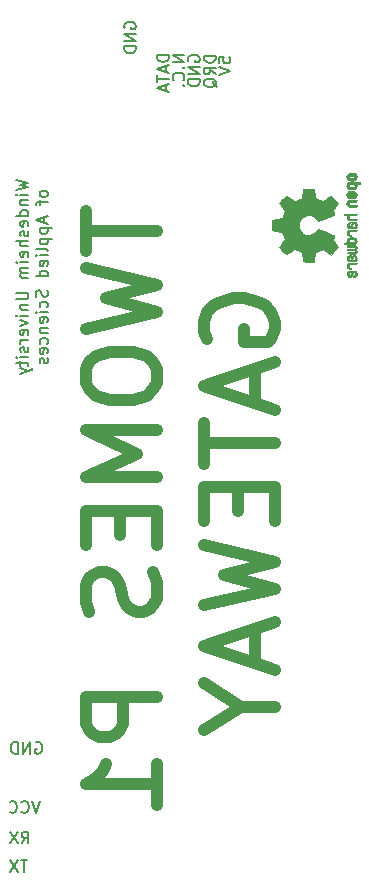
<source format=gbo>
G04 #@! TF.GenerationSoftware,KiCad,Pcbnew,(5.1.7)-1*
G04 #@! TF.CreationDate,2021-06-27T15:00:08+02:00*
G04 #@! TF.ProjectId,TwomesGateway,54776f6d-6573-4476-9174-657761792e6b,rev?*
G04 #@! TF.SameCoordinates,Original*
G04 #@! TF.FileFunction,Legend,Bot*
G04 #@! TF.FilePolarity,Positive*
%FSLAX46Y46*%
G04 Gerber Fmt 4.6, Leading zero omitted, Abs format (unit mm)*
G04 Created by KiCad (PCBNEW (5.1.7)-1) date 2021-06-27 15:00:08*
%MOMM*%
%LPD*%
G01*
G04 APERTURE LIST*
%ADD10C,0.150000*%
%ADD11C,1.000000*%
%ADD12C,0.010000*%
%ADD13C,0.602000*%
%ADD14C,3.302000*%
%ADD15C,3.352000*%
%ADD16C,1.622000*%
%ADD17O,1.802000X1.802000*%
G04 APERTURE END LIST*
D10*
X69827380Y-80985714D02*
X70827380Y-81223809D01*
X70113095Y-81414285D01*
X70827380Y-81604761D01*
X69827380Y-81842857D01*
X70827380Y-82223809D02*
X70160714Y-82223809D01*
X69827380Y-82223809D02*
X69875000Y-82176190D01*
X69922619Y-82223809D01*
X69875000Y-82271428D01*
X69827380Y-82223809D01*
X69922619Y-82223809D01*
X70160714Y-82700000D02*
X70827380Y-82700000D01*
X70255952Y-82700000D02*
X70208333Y-82747619D01*
X70160714Y-82842857D01*
X70160714Y-82985714D01*
X70208333Y-83080952D01*
X70303571Y-83128571D01*
X70827380Y-83128571D01*
X70827380Y-84033333D02*
X69827380Y-84033333D01*
X70779761Y-84033333D02*
X70827380Y-83938095D01*
X70827380Y-83747619D01*
X70779761Y-83652380D01*
X70732142Y-83604761D01*
X70636904Y-83557142D01*
X70351190Y-83557142D01*
X70255952Y-83604761D01*
X70208333Y-83652380D01*
X70160714Y-83747619D01*
X70160714Y-83938095D01*
X70208333Y-84033333D01*
X70779761Y-84890476D02*
X70827380Y-84795238D01*
X70827380Y-84604761D01*
X70779761Y-84509523D01*
X70684523Y-84461904D01*
X70303571Y-84461904D01*
X70208333Y-84509523D01*
X70160714Y-84604761D01*
X70160714Y-84795238D01*
X70208333Y-84890476D01*
X70303571Y-84938095D01*
X70398809Y-84938095D01*
X70494047Y-84461904D01*
X70779761Y-85319047D02*
X70827380Y-85414285D01*
X70827380Y-85604761D01*
X70779761Y-85700000D01*
X70684523Y-85747619D01*
X70636904Y-85747619D01*
X70541666Y-85700000D01*
X70494047Y-85604761D01*
X70494047Y-85461904D01*
X70446428Y-85366666D01*
X70351190Y-85319047D01*
X70303571Y-85319047D01*
X70208333Y-85366666D01*
X70160714Y-85461904D01*
X70160714Y-85604761D01*
X70208333Y-85700000D01*
X70827380Y-86176190D02*
X69827380Y-86176190D01*
X70827380Y-86604761D02*
X70303571Y-86604761D01*
X70208333Y-86557142D01*
X70160714Y-86461904D01*
X70160714Y-86319047D01*
X70208333Y-86223809D01*
X70255952Y-86176190D01*
X70779761Y-87461904D02*
X70827380Y-87366666D01*
X70827380Y-87176190D01*
X70779761Y-87080952D01*
X70684523Y-87033333D01*
X70303571Y-87033333D01*
X70208333Y-87080952D01*
X70160714Y-87176190D01*
X70160714Y-87366666D01*
X70208333Y-87461904D01*
X70303571Y-87509523D01*
X70398809Y-87509523D01*
X70494047Y-87033333D01*
X70827380Y-87938095D02*
X70160714Y-87938095D01*
X69827380Y-87938095D02*
X69875000Y-87890476D01*
X69922619Y-87938095D01*
X69875000Y-87985714D01*
X69827380Y-87938095D01*
X69922619Y-87938095D01*
X70827380Y-88414285D02*
X70160714Y-88414285D01*
X70255952Y-88414285D02*
X70208333Y-88461904D01*
X70160714Y-88557142D01*
X70160714Y-88700000D01*
X70208333Y-88795238D01*
X70303571Y-88842857D01*
X70827380Y-88842857D01*
X70303571Y-88842857D02*
X70208333Y-88890476D01*
X70160714Y-88985714D01*
X70160714Y-89128571D01*
X70208333Y-89223809D01*
X70303571Y-89271428D01*
X70827380Y-89271428D01*
X69827380Y-90509523D02*
X70636904Y-90509523D01*
X70732142Y-90557142D01*
X70779761Y-90604761D01*
X70827380Y-90700000D01*
X70827380Y-90890476D01*
X70779761Y-90985714D01*
X70732142Y-91033333D01*
X70636904Y-91080952D01*
X69827380Y-91080952D01*
X70160714Y-91557142D02*
X70827380Y-91557142D01*
X70255952Y-91557142D02*
X70208333Y-91604761D01*
X70160714Y-91700000D01*
X70160714Y-91842857D01*
X70208333Y-91938095D01*
X70303571Y-91985714D01*
X70827380Y-91985714D01*
X70827380Y-92461904D02*
X70160714Y-92461904D01*
X69827380Y-92461904D02*
X69875000Y-92414285D01*
X69922619Y-92461904D01*
X69875000Y-92509523D01*
X69827380Y-92461904D01*
X69922619Y-92461904D01*
X70160714Y-92842857D02*
X70827380Y-93080952D01*
X70160714Y-93319047D01*
X70779761Y-94080952D02*
X70827380Y-93985714D01*
X70827380Y-93795238D01*
X70779761Y-93700000D01*
X70684523Y-93652380D01*
X70303571Y-93652380D01*
X70208333Y-93700000D01*
X70160714Y-93795238D01*
X70160714Y-93985714D01*
X70208333Y-94080952D01*
X70303571Y-94128571D01*
X70398809Y-94128571D01*
X70494047Y-93652380D01*
X70827380Y-94557142D02*
X70160714Y-94557142D01*
X70351190Y-94557142D02*
X70255952Y-94604761D01*
X70208333Y-94652380D01*
X70160714Y-94747619D01*
X70160714Y-94842857D01*
X70779761Y-95128571D02*
X70827380Y-95223809D01*
X70827380Y-95414285D01*
X70779761Y-95509523D01*
X70684523Y-95557142D01*
X70636904Y-95557142D01*
X70541666Y-95509523D01*
X70494047Y-95414285D01*
X70494047Y-95271428D01*
X70446428Y-95176190D01*
X70351190Y-95128571D01*
X70303571Y-95128571D01*
X70208333Y-95176190D01*
X70160714Y-95271428D01*
X70160714Y-95414285D01*
X70208333Y-95509523D01*
X70827380Y-95985714D02*
X70160714Y-95985714D01*
X69827380Y-95985714D02*
X69875000Y-95938095D01*
X69922619Y-95985714D01*
X69875000Y-96033333D01*
X69827380Y-95985714D01*
X69922619Y-95985714D01*
X70160714Y-96319047D02*
X70160714Y-96700000D01*
X69827380Y-96461904D02*
X70684523Y-96461904D01*
X70779761Y-96509523D01*
X70827380Y-96604761D01*
X70827380Y-96700000D01*
X70160714Y-96938095D02*
X70827380Y-97176190D01*
X70160714Y-97414285D02*
X70827380Y-97176190D01*
X71065476Y-97080952D01*
X71113095Y-97033333D01*
X71160714Y-96938095D01*
X72477380Y-82080952D02*
X72429761Y-81985714D01*
X72382142Y-81938095D01*
X72286904Y-81890476D01*
X72001190Y-81890476D01*
X71905952Y-81938095D01*
X71858333Y-81985714D01*
X71810714Y-82080952D01*
X71810714Y-82223809D01*
X71858333Y-82319047D01*
X71905952Y-82366666D01*
X72001190Y-82414285D01*
X72286904Y-82414285D01*
X72382142Y-82366666D01*
X72429761Y-82319047D01*
X72477380Y-82223809D01*
X72477380Y-82080952D01*
X71810714Y-82700000D02*
X71810714Y-83080952D01*
X72477380Y-82842857D02*
X71620238Y-82842857D01*
X71525000Y-82890476D01*
X71477380Y-82985714D01*
X71477380Y-83080952D01*
X72191666Y-84128571D02*
X72191666Y-84604761D01*
X72477380Y-84033333D02*
X71477380Y-84366666D01*
X72477380Y-84700000D01*
X71810714Y-85033333D02*
X72810714Y-85033333D01*
X71858333Y-85033333D02*
X71810714Y-85128571D01*
X71810714Y-85319047D01*
X71858333Y-85414285D01*
X71905952Y-85461904D01*
X72001190Y-85509523D01*
X72286904Y-85509523D01*
X72382142Y-85461904D01*
X72429761Y-85414285D01*
X72477380Y-85319047D01*
X72477380Y-85128571D01*
X72429761Y-85033333D01*
X71810714Y-85938095D02*
X72810714Y-85938095D01*
X71858333Y-85938095D02*
X71810714Y-86033333D01*
X71810714Y-86223809D01*
X71858333Y-86319047D01*
X71905952Y-86366666D01*
X72001190Y-86414285D01*
X72286904Y-86414285D01*
X72382142Y-86366666D01*
X72429761Y-86319047D01*
X72477380Y-86223809D01*
X72477380Y-86033333D01*
X72429761Y-85938095D01*
X72477380Y-86985714D02*
X72429761Y-86890476D01*
X72334523Y-86842857D01*
X71477380Y-86842857D01*
X72477380Y-87366666D02*
X71810714Y-87366666D01*
X71477380Y-87366666D02*
X71525000Y-87319047D01*
X71572619Y-87366666D01*
X71525000Y-87414285D01*
X71477380Y-87366666D01*
X71572619Y-87366666D01*
X72429761Y-88223809D02*
X72477380Y-88128571D01*
X72477380Y-87938095D01*
X72429761Y-87842857D01*
X72334523Y-87795238D01*
X71953571Y-87795238D01*
X71858333Y-87842857D01*
X71810714Y-87938095D01*
X71810714Y-88128571D01*
X71858333Y-88223809D01*
X71953571Y-88271428D01*
X72048809Y-88271428D01*
X72144047Y-87795238D01*
X72477380Y-89128571D02*
X71477380Y-89128571D01*
X72429761Y-89128571D02*
X72477380Y-89033333D01*
X72477380Y-88842857D01*
X72429761Y-88747619D01*
X72382142Y-88700000D01*
X72286904Y-88652380D01*
X72001190Y-88652380D01*
X71905952Y-88700000D01*
X71858333Y-88747619D01*
X71810714Y-88842857D01*
X71810714Y-89033333D01*
X71858333Y-89128571D01*
X72429761Y-90319047D02*
X72477380Y-90461904D01*
X72477380Y-90700000D01*
X72429761Y-90795238D01*
X72382142Y-90842857D01*
X72286904Y-90890476D01*
X72191666Y-90890476D01*
X72096428Y-90842857D01*
X72048809Y-90795238D01*
X72001190Y-90700000D01*
X71953571Y-90509523D01*
X71905952Y-90414285D01*
X71858333Y-90366666D01*
X71763095Y-90319047D01*
X71667857Y-90319047D01*
X71572619Y-90366666D01*
X71525000Y-90414285D01*
X71477380Y-90509523D01*
X71477380Y-90747619D01*
X71525000Y-90890476D01*
X72429761Y-91747619D02*
X72477380Y-91652380D01*
X72477380Y-91461904D01*
X72429761Y-91366666D01*
X72382142Y-91319047D01*
X72286904Y-91271428D01*
X72001190Y-91271428D01*
X71905952Y-91319047D01*
X71858333Y-91366666D01*
X71810714Y-91461904D01*
X71810714Y-91652380D01*
X71858333Y-91747619D01*
X72477380Y-92176190D02*
X71810714Y-92176190D01*
X71477380Y-92176190D02*
X71525000Y-92128571D01*
X71572619Y-92176190D01*
X71525000Y-92223809D01*
X71477380Y-92176190D01*
X71572619Y-92176190D01*
X72429761Y-93033333D02*
X72477380Y-92938095D01*
X72477380Y-92747619D01*
X72429761Y-92652380D01*
X72334523Y-92604761D01*
X71953571Y-92604761D01*
X71858333Y-92652380D01*
X71810714Y-92747619D01*
X71810714Y-92938095D01*
X71858333Y-93033333D01*
X71953571Y-93080952D01*
X72048809Y-93080952D01*
X72144047Y-92604761D01*
X71810714Y-93509523D02*
X72477380Y-93509523D01*
X71905952Y-93509523D02*
X71858333Y-93557142D01*
X71810714Y-93652380D01*
X71810714Y-93795238D01*
X71858333Y-93890476D01*
X71953571Y-93938095D01*
X72477380Y-93938095D01*
X72429761Y-94842857D02*
X72477380Y-94747619D01*
X72477380Y-94557142D01*
X72429761Y-94461904D01*
X72382142Y-94414285D01*
X72286904Y-94366666D01*
X72001190Y-94366666D01*
X71905952Y-94414285D01*
X71858333Y-94461904D01*
X71810714Y-94557142D01*
X71810714Y-94747619D01*
X71858333Y-94842857D01*
X72429761Y-95652380D02*
X72477380Y-95557142D01*
X72477380Y-95366666D01*
X72429761Y-95271428D01*
X72334523Y-95223809D01*
X71953571Y-95223809D01*
X71858333Y-95271428D01*
X71810714Y-95366666D01*
X71810714Y-95557142D01*
X71858333Y-95652380D01*
X71953571Y-95700000D01*
X72048809Y-95700000D01*
X72144047Y-95223809D01*
X72429761Y-96080952D02*
X72477380Y-96176190D01*
X72477380Y-96366666D01*
X72429761Y-96461904D01*
X72334523Y-96509523D01*
X72286904Y-96509523D01*
X72191666Y-96461904D01*
X72144047Y-96366666D01*
X72144047Y-96223809D01*
X72096428Y-96128571D01*
X72001190Y-96080952D01*
X71953571Y-96080952D01*
X71858333Y-96128571D01*
X71810714Y-96223809D01*
X71810714Y-96366666D01*
X71858333Y-96461904D01*
D11*
X75714285Y-83571428D02*
X75714285Y-87000000D01*
X81714285Y-85285714D02*
X75714285Y-85285714D01*
X75714285Y-88428571D02*
X81714285Y-89857142D01*
X77428571Y-91000000D01*
X81714285Y-92142857D01*
X75714285Y-93571428D01*
X75714285Y-97000000D02*
X75714285Y-98142857D01*
X76000000Y-98714285D01*
X76571428Y-99285714D01*
X77714285Y-99571428D01*
X79714285Y-99571428D01*
X80857142Y-99285714D01*
X81428571Y-98714285D01*
X81714285Y-98142857D01*
X81714285Y-97000000D01*
X81428571Y-96428571D01*
X80857142Y-95857142D01*
X79714285Y-95571428D01*
X77714285Y-95571428D01*
X76571428Y-95857142D01*
X76000000Y-96428571D01*
X75714285Y-97000000D01*
X81714285Y-102142857D02*
X75714285Y-102142857D01*
X80000000Y-104142857D01*
X75714285Y-106142857D01*
X81714285Y-106142857D01*
X78571428Y-109000000D02*
X78571428Y-111000000D01*
X81714285Y-111857142D02*
X81714285Y-109000000D01*
X75714285Y-109000000D01*
X75714285Y-111857142D01*
X81428571Y-114142857D02*
X81714285Y-115000000D01*
X81714285Y-116428571D01*
X81428571Y-117000000D01*
X81142857Y-117285714D01*
X80571428Y-117571428D01*
X80000000Y-117571428D01*
X79428571Y-117285714D01*
X79142857Y-117000000D01*
X78857142Y-116428571D01*
X78571428Y-115285714D01*
X78285714Y-114714285D01*
X78000000Y-114428571D01*
X77428571Y-114142857D01*
X76857142Y-114142857D01*
X76285714Y-114428571D01*
X76000000Y-114714285D01*
X75714285Y-115285714D01*
X75714285Y-116714285D01*
X76000000Y-117571428D01*
X81714285Y-124714285D02*
X75714285Y-124714285D01*
X75714285Y-127000000D01*
X76000000Y-127571428D01*
X76285714Y-127857142D01*
X76857142Y-128142857D01*
X77714285Y-128142857D01*
X78285714Y-127857142D01*
X78571428Y-127571428D01*
X78857142Y-127000000D01*
X78857142Y-124714285D01*
X81714285Y-133857142D02*
X81714285Y-130428571D01*
X81714285Y-132142857D02*
X75714285Y-132142857D01*
X76571428Y-131571428D01*
X77142857Y-131000000D01*
X77428571Y-130428571D01*
X86000000Y-94428571D02*
X85714285Y-93857142D01*
X85714285Y-93000000D01*
X86000000Y-92142857D01*
X86571428Y-91571428D01*
X87142857Y-91285714D01*
X88285714Y-91000000D01*
X89142857Y-91000000D01*
X90285714Y-91285714D01*
X90857142Y-91571428D01*
X91428571Y-92142857D01*
X91714285Y-93000000D01*
X91714285Y-93571428D01*
X91428571Y-94428571D01*
X91142857Y-94714285D01*
X89142857Y-94714285D01*
X89142857Y-93571428D01*
X90000000Y-97000000D02*
X90000000Y-99857142D01*
X91714285Y-96428571D02*
X85714285Y-98428571D01*
X91714285Y-100428571D01*
X85714285Y-101571428D02*
X85714285Y-105000000D01*
X91714285Y-103285714D02*
X85714285Y-103285714D01*
X88571428Y-107000000D02*
X88571428Y-109000000D01*
X91714285Y-109857142D02*
X91714285Y-107000000D01*
X85714285Y-107000000D01*
X85714285Y-109857142D01*
X85714285Y-111857142D02*
X91714285Y-113285714D01*
X87428571Y-114428571D01*
X91714285Y-115571428D01*
X85714285Y-117000000D01*
X90000000Y-119000000D02*
X90000000Y-121857142D01*
X91714285Y-118428571D02*
X85714285Y-120428571D01*
X91714285Y-122428571D01*
X88857142Y-125571428D02*
X91714285Y-125571428D01*
X85714285Y-123571428D02*
X88857142Y-125571428D01*
X85714285Y-127571428D01*
D10*
X70761904Y-138552380D02*
X70190476Y-138552380D01*
X70476190Y-139552380D02*
X70476190Y-138552380D01*
X69952380Y-138552380D02*
X69285714Y-139552380D01*
X69285714Y-138552380D02*
X69952380Y-139552380D01*
X70266666Y-137152380D02*
X70600000Y-136676190D01*
X70838095Y-137152380D02*
X70838095Y-136152380D01*
X70457142Y-136152380D01*
X70361904Y-136200000D01*
X70314285Y-136247619D01*
X70266666Y-136342857D01*
X70266666Y-136485714D01*
X70314285Y-136580952D01*
X70361904Y-136628571D01*
X70457142Y-136676190D01*
X70838095Y-136676190D01*
X69933333Y-136152380D02*
X69266666Y-137152380D01*
X69266666Y-136152380D02*
X69933333Y-137152380D01*
X71833333Y-133552380D02*
X71500000Y-134552380D01*
X71166666Y-133552380D01*
X70261904Y-134457142D02*
X70309523Y-134504761D01*
X70452380Y-134552380D01*
X70547619Y-134552380D01*
X70690476Y-134504761D01*
X70785714Y-134409523D01*
X70833333Y-134314285D01*
X70880952Y-134123809D01*
X70880952Y-133980952D01*
X70833333Y-133790476D01*
X70785714Y-133695238D01*
X70690476Y-133600000D01*
X70547619Y-133552380D01*
X70452380Y-133552380D01*
X70309523Y-133600000D01*
X70261904Y-133647619D01*
X69261904Y-134457142D02*
X69309523Y-134504761D01*
X69452380Y-134552380D01*
X69547619Y-134552380D01*
X69690476Y-134504761D01*
X69785714Y-134409523D01*
X69833333Y-134314285D01*
X69880952Y-134123809D01*
X69880952Y-133980952D01*
X69833333Y-133790476D01*
X69785714Y-133695238D01*
X69690476Y-133600000D01*
X69547619Y-133552380D01*
X69452380Y-133552380D01*
X69309523Y-133600000D01*
X69261904Y-133647619D01*
X71461904Y-128600000D02*
X71557142Y-128552380D01*
X71700000Y-128552380D01*
X71842857Y-128600000D01*
X71938095Y-128695238D01*
X71985714Y-128790476D01*
X72033333Y-128980952D01*
X72033333Y-129123809D01*
X71985714Y-129314285D01*
X71938095Y-129409523D01*
X71842857Y-129504761D01*
X71700000Y-129552380D01*
X71604761Y-129552380D01*
X71461904Y-129504761D01*
X71414285Y-129457142D01*
X71414285Y-129123809D01*
X71604761Y-129123809D01*
X70985714Y-129552380D02*
X70985714Y-128552380D01*
X70414285Y-129552380D01*
X70414285Y-128552380D01*
X69938095Y-129552380D02*
X69938095Y-128552380D01*
X69700000Y-128552380D01*
X69557142Y-128600000D01*
X69461904Y-128695238D01*
X69414285Y-128790476D01*
X69366666Y-128980952D01*
X69366666Y-129123809D01*
X69414285Y-129314285D01*
X69461904Y-129409523D01*
X69557142Y-129504761D01*
X69700000Y-129552380D01*
X69938095Y-129552380D01*
X79000000Y-68138095D02*
X78952380Y-68042857D01*
X78952380Y-67900000D01*
X79000000Y-67757142D01*
X79095238Y-67661904D01*
X79190476Y-67614285D01*
X79380952Y-67566666D01*
X79523809Y-67566666D01*
X79714285Y-67614285D01*
X79809523Y-67661904D01*
X79904761Y-67757142D01*
X79952380Y-67900000D01*
X79952380Y-67995238D01*
X79904761Y-68138095D01*
X79857142Y-68185714D01*
X79523809Y-68185714D01*
X79523809Y-67995238D01*
X79952380Y-68614285D02*
X78952380Y-68614285D01*
X79952380Y-69185714D01*
X78952380Y-69185714D01*
X79952380Y-69661904D02*
X78952380Y-69661904D01*
X78952380Y-69900000D01*
X79000000Y-70042857D01*
X79095238Y-70138095D01*
X79190476Y-70185714D01*
X79380952Y-70233333D01*
X79523809Y-70233333D01*
X79714285Y-70185714D01*
X79809523Y-70138095D01*
X79904761Y-70042857D01*
X79952380Y-69900000D01*
X79952380Y-69661904D01*
X82752380Y-70400000D02*
X81752380Y-70400000D01*
X81752380Y-70638095D01*
X81800000Y-70780952D01*
X81895238Y-70876190D01*
X81990476Y-70923809D01*
X82180952Y-70971428D01*
X82323809Y-70971428D01*
X82514285Y-70923809D01*
X82609523Y-70876190D01*
X82704761Y-70780952D01*
X82752380Y-70638095D01*
X82752380Y-70400000D01*
X82466666Y-71352380D02*
X82466666Y-71828571D01*
X82752380Y-71257142D02*
X81752380Y-71590476D01*
X82752380Y-71923809D01*
X81752380Y-72114285D02*
X81752380Y-72685714D01*
X82752380Y-72400000D02*
X81752380Y-72400000D01*
X82466666Y-72971428D02*
X82466666Y-73447619D01*
X82752380Y-72876190D02*
X81752380Y-73209523D01*
X82752380Y-73542857D01*
X84052380Y-70438095D02*
X83052380Y-70438095D01*
X84052380Y-71009523D01*
X83052380Y-71009523D01*
X83957142Y-71485714D02*
X84004761Y-71533333D01*
X84052380Y-71485714D01*
X84004761Y-71438095D01*
X83957142Y-71485714D01*
X84052380Y-71485714D01*
X83957142Y-72533333D02*
X84004761Y-72485714D01*
X84052380Y-72342857D01*
X84052380Y-72247619D01*
X84004761Y-72104761D01*
X83909523Y-72009523D01*
X83814285Y-71961904D01*
X83623809Y-71914285D01*
X83480952Y-71914285D01*
X83290476Y-71961904D01*
X83195238Y-72009523D01*
X83100000Y-72104761D01*
X83052380Y-72247619D01*
X83052380Y-72342857D01*
X83100000Y-72485714D01*
X83147619Y-72533333D01*
X83957142Y-72961904D02*
X84004761Y-73009523D01*
X84052380Y-72961904D01*
X84004761Y-72914285D01*
X83957142Y-72961904D01*
X84052380Y-72961904D01*
X84400000Y-70938095D02*
X84352380Y-70842857D01*
X84352380Y-70700000D01*
X84400000Y-70557142D01*
X84495238Y-70461904D01*
X84590476Y-70414285D01*
X84780952Y-70366666D01*
X84923809Y-70366666D01*
X85114285Y-70414285D01*
X85209523Y-70461904D01*
X85304761Y-70557142D01*
X85352380Y-70700000D01*
X85352380Y-70795238D01*
X85304761Y-70938095D01*
X85257142Y-70985714D01*
X84923809Y-70985714D01*
X84923809Y-70795238D01*
X85352380Y-71414285D02*
X84352380Y-71414285D01*
X85352380Y-71985714D01*
X84352380Y-71985714D01*
X85352380Y-72461904D02*
X84352380Y-72461904D01*
X84352380Y-72700000D01*
X84400000Y-72842857D01*
X84495238Y-72938095D01*
X84590476Y-72985714D01*
X84780952Y-73033333D01*
X84923809Y-73033333D01*
X85114285Y-72985714D01*
X85209523Y-72938095D01*
X85304761Y-72842857D01*
X85352380Y-72700000D01*
X85352380Y-72461904D01*
X86702380Y-70464285D02*
X85702380Y-70464285D01*
X85702380Y-70702380D01*
X85750000Y-70845238D01*
X85845238Y-70940476D01*
X85940476Y-70988095D01*
X86130952Y-71035714D01*
X86273809Y-71035714D01*
X86464285Y-70988095D01*
X86559523Y-70940476D01*
X86654761Y-70845238D01*
X86702380Y-70702380D01*
X86702380Y-70464285D01*
X86702380Y-72035714D02*
X86226190Y-71702380D01*
X86702380Y-71464285D02*
X85702380Y-71464285D01*
X85702380Y-71845238D01*
X85750000Y-71940476D01*
X85797619Y-71988095D01*
X85892857Y-72035714D01*
X86035714Y-72035714D01*
X86130952Y-71988095D01*
X86178571Y-71940476D01*
X86226190Y-71845238D01*
X86226190Y-71464285D01*
X86797619Y-73130952D02*
X86750000Y-73035714D01*
X86654761Y-72940476D01*
X86511904Y-72797619D01*
X86464285Y-72702380D01*
X86464285Y-72607142D01*
X86702380Y-72654761D02*
X86654761Y-72559523D01*
X86559523Y-72464285D01*
X86369047Y-72416666D01*
X86035714Y-72416666D01*
X85845238Y-72464285D01*
X85750000Y-72559523D01*
X85702380Y-72654761D01*
X85702380Y-72845238D01*
X85750000Y-72940476D01*
X85845238Y-73035714D01*
X86035714Y-73083333D01*
X86369047Y-73083333D01*
X86559523Y-73035714D01*
X86654761Y-72940476D01*
X86702380Y-72845238D01*
X86702380Y-72654761D01*
X86952380Y-71059523D02*
X86952380Y-70583333D01*
X87428571Y-70535714D01*
X87380952Y-70583333D01*
X87333333Y-70678571D01*
X87333333Y-70916666D01*
X87380952Y-71011904D01*
X87428571Y-71059523D01*
X87523809Y-71107142D01*
X87761904Y-71107142D01*
X87857142Y-71059523D01*
X87904761Y-71011904D01*
X87952380Y-70916666D01*
X87952380Y-70678571D01*
X87904761Y-70583333D01*
X87857142Y-70535714D01*
X86952380Y-71392857D02*
X87952380Y-71726190D01*
X86952380Y-72059523D01*
D12*
G36*
X91487776Y-84939878D02*
G01*
X91488355Y-85045612D01*
X91489922Y-85122132D01*
X91492972Y-85174372D01*
X91497996Y-85207263D01*
X91505489Y-85225737D01*
X91515944Y-85234727D01*
X91529853Y-85239163D01*
X91531654Y-85239594D01*
X91564145Y-85246333D01*
X91628252Y-85258808D01*
X91717151Y-85275719D01*
X91824019Y-85295771D01*
X91942033Y-85317664D01*
X91946178Y-85318429D01*
X92061831Y-85340359D01*
X92164014Y-85360877D01*
X92246598Y-85378659D01*
X92303456Y-85392381D01*
X92328458Y-85400718D01*
X92328901Y-85401116D01*
X92341110Y-85425677D01*
X92361456Y-85476315D01*
X92385545Y-85542095D01*
X92385674Y-85542461D01*
X92416818Y-85625317D01*
X92456491Y-85723000D01*
X92496381Y-85815077D01*
X92498353Y-85819434D01*
X92566420Y-85969407D01*
X92339639Y-86301498D01*
X92270504Y-86403374D01*
X92208697Y-86495657D01*
X92157733Y-86573003D01*
X92121127Y-86630064D01*
X92102394Y-86661495D01*
X92101004Y-86664479D01*
X92107190Y-86687321D01*
X92137035Y-86729982D01*
X92191947Y-86794128D01*
X92273334Y-86881421D01*
X92359922Y-86970535D01*
X92445247Y-87056441D01*
X92523108Y-87133327D01*
X92588697Y-87196564D01*
X92637205Y-87241523D01*
X92663825Y-87263576D01*
X92665195Y-87264396D01*
X92683463Y-87266834D01*
X92713295Y-87257650D01*
X92758721Y-87234574D01*
X92823770Y-87195337D01*
X92912470Y-87137670D01*
X93026657Y-87060795D01*
X93127162Y-86992570D01*
X93217303Y-86931582D01*
X93291849Y-86881356D01*
X93345565Y-86845416D01*
X93373218Y-86827287D01*
X93375095Y-86826146D01*
X93401590Y-86828359D01*
X93453086Y-86845138D01*
X93519851Y-86873142D01*
X93541172Y-86883122D01*
X93636159Y-86926672D01*
X93743937Y-86973134D01*
X93837192Y-87010877D01*
X93906406Y-87038073D01*
X93959006Y-87059675D01*
X93986497Y-87072158D01*
X93988616Y-87073709D01*
X93992124Y-87096668D01*
X94001738Y-87150786D01*
X94016089Y-87228868D01*
X94033807Y-87323719D01*
X94053525Y-87428143D01*
X94073874Y-87534944D01*
X94093486Y-87636926D01*
X94110991Y-87726894D01*
X94125022Y-87797653D01*
X94134209Y-87842006D01*
X94136807Y-87852885D01*
X94143218Y-87864122D01*
X94157697Y-87872605D01*
X94185133Y-87878714D01*
X94230411Y-87882832D01*
X94298420Y-87885341D01*
X94394047Y-87886621D01*
X94522180Y-87887054D01*
X94574701Y-87887077D01*
X95001845Y-87887077D01*
X95022091Y-87784500D01*
X95033070Y-87727431D01*
X95049095Y-87642269D01*
X95068233Y-87539372D01*
X95088551Y-87429096D01*
X95094132Y-87398615D01*
X95113917Y-87296855D01*
X95133373Y-87208205D01*
X95150697Y-87140108D01*
X95164088Y-87100004D01*
X95168079Y-87093323D01*
X95196342Y-87076919D01*
X95251109Y-87053399D01*
X95321588Y-87027316D01*
X95336769Y-87022142D01*
X95430896Y-86987956D01*
X95537101Y-86945523D01*
X95632473Y-86903997D01*
X95632916Y-86903792D01*
X95782525Y-86834640D01*
X96451617Y-87289512D01*
X96744116Y-86997500D01*
X96831170Y-86909180D01*
X96907909Y-86828625D01*
X96970237Y-86760360D01*
X97014056Y-86708908D01*
X97035270Y-86678794D01*
X97036616Y-86674474D01*
X97026016Y-86649111D01*
X96996547Y-86597358D01*
X96951705Y-86524868D01*
X96894984Y-86437294D01*
X96831462Y-86342612D01*
X96766668Y-86246516D01*
X96710287Y-86160837D01*
X96665788Y-86091016D01*
X96636639Y-86042494D01*
X96626308Y-86020782D01*
X96635050Y-85994293D01*
X96658087Y-85944062D01*
X96690631Y-85880451D01*
X96694249Y-85873708D01*
X96737210Y-85788046D01*
X96758279Y-85729306D01*
X96758503Y-85692772D01*
X96738928Y-85673731D01*
X96738654Y-85673620D01*
X96715472Y-85664102D01*
X96660441Y-85641403D01*
X96577822Y-85607282D01*
X96471872Y-85563500D01*
X96346852Y-85511816D01*
X96207020Y-85453992D01*
X96071637Y-85397991D01*
X95922234Y-85336447D01*
X95783832Y-85279939D01*
X95660673Y-85230161D01*
X95557002Y-85188806D01*
X95477059Y-85157568D01*
X95425088Y-85138141D01*
X95405692Y-85132154D01*
X95383443Y-85147168D01*
X95347982Y-85186439D01*
X95308887Y-85238807D01*
X95185245Y-85387941D01*
X95043522Y-85504511D01*
X94886704Y-85587118D01*
X94717775Y-85634366D01*
X94539722Y-85644857D01*
X94457539Y-85637231D01*
X94287031Y-85595682D01*
X94136459Y-85524123D01*
X94007309Y-85426995D01*
X93901064Y-85308734D01*
X93819210Y-85173780D01*
X93763232Y-85026571D01*
X93734615Y-84871544D01*
X93734844Y-84713139D01*
X93765405Y-84555794D01*
X93827782Y-84403946D01*
X93923460Y-84262035D01*
X93977572Y-84202803D01*
X94116520Y-84089203D01*
X94268361Y-84010106D01*
X94428667Y-83964986D01*
X94593012Y-83953316D01*
X94756971Y-83974569D01*
X94916118Y-84028220D01*
X95066025Y-84113740D01*
X95202267Y-84230605D01*
X95308887Y-84361193D01*
X95349642Y-84415588D01*
X95384718Y-84454014D01*
X95405726Y-84467846D01*
X95428635Y-84460603D01*
X95483365Y-84440005D01*
X95565672Y-84407746D01*
X95671315Y-84365521D01*
X95796050Y-84315023D01*
X95935636Y-84257948D01*
X96071670Y-84201854D01*
X96221201Y-84139967D01*
X96359767Y-84082644D01*
X96483107Y-84031644D01*
X96586964Y-83988727D01*
X96667080Y-83955653D01*
X96719195Y-83934181D01*
X96738654Y-83926225D01*
X96758423Y-83907429D01*
X96758365Y-83871074D01*
X96737441Y-83812479D01*
X96694613Y-83726968D01*
X96694249Y-83726292D01*
X96661012Y-83661907D01*
X96636802Y-83609861D01*
X96626404Y-83580512D01*
X96626308Y-83579217D01*
X96636855Y-83557124D01*
X96666184Y-83508348D01*
X96710827Y-83438331D01*
X96767314Y-83352514D01*
X96831462Y-83257388D01*
X96896411Y-83160540D01*
X96952896Y-83073253D01*
X96997421Y-83001181D01*
X97026490Y-82949977D01*
X97036616Y-82925526D01*
X97023307Y-82903010D01*
X96986112Y-82857742D01*
X96929128Y-82794244D01*
X96856449Y-82717039D01*
X96772171Y-82630651D01*
X96744016Y-82602399D01*
X96451416Y-82310287D01*
X96125104Y-82532631D01*
X96024897Y-82600202D01*
X95934963Y-82659507D01*
X95860510Y-82707217D01*
X95806751Y-82740007D01*
X95778894Y-82754548D01*
X95776912Y-82754974D01*
X95750655Y-82747308D01*
X95697837Y-82726689D01*
X95627310Y-82696685D01*
X95580093Y-82675625D01*
X95489694Y-82636248D01*
X95398366Y-82599165D01*
X95321200Y-82570415D01*
X95297692Y-82562605D01*
X95234916Y-82540417D01*
X95186411Y-82518727D01*
X95168079Y-82506813D01*
X95156859Y-82480523D01*
X95140954Y-82423142D01*
X95122167Y-82342118D01*
X95102299Y-82244895D01*
X95094132Y-82201385D01*
X95073829Y-82090896D01*
X95054170Y-81984916D01*
X95037088Y-81893801D01*
X95024518Y-81827908D01*
X95022091Y-81815500D01*
X95001845Y-81712923D01*
X94574701Y-81712923D01*
X94434246Y-81713153D01*
X94327979Y-81714099D01*
X94251013Y-81716141D01*
X94198460Y-81719662D01*
X94165433Y-81725043D01*
X94147045Y-81732666D01*
X94138408Y-81742912D01*
X94136807Y-81747115D01*
X94131127Y-81772470D01*
X94119795Y-81828484D01*
X94104179Y-81907964D01*
X94085647Y-82003712D01*
X94065569Y-82108533D01*
X94045312Y-82215232D01*
X94026246Y-82316613D01*
X94009739Y-82405479D01*
X93997159Y-82474637D01*
X93989875Y-82516889D01*
X93988616Y-82526290D01*
X93971763Y-82534807D01*
X93926870Y-82553660D01*
X93862430Y-82579324D01*
X93837192Y-82589123D01*
X93739686Y-82628648D01*
X93631959Y-82675192D01*
X93541172Y-82716877D01*
X93471753Y-82747550D01*
X93414710Y-82767956D01*
X93379777Y-82774768D01*
X93375095Y-82773682D01*
X93352991Y-82759285D01*
X93303831Y-82726412D01*
X93232848Y-82678590D01*
X93145278Y-82619348D01*
X93046357Y-82552215D01*
X93026830Y-82538941D01*
X92911140Y-82461046D01*
X92823044Y-82403787D01*
X92758486Y-82364881D01*
X92713411Y-82342044D01*
X92683763Y-82332994D01*
X92665485Y-82335448D01*
X92665369Y-82335511D01*
X92641361Y-82354827D01*
X92594947Y-82397551D01*
X92530937Y-82459051D01*
X92454145Y-82534698D01*
X92369382Y-82619861D01*
X92359922Y-82629465D01*
X92255989Y-82736790D01*
X92179675Y-82819615D01*
X92129571Y-82879605D01*
X92104270Y-82918423D01*
X92101004Y-82935520D01*
X92115250Y-82960473D01*
X92148156Y-83012255D01*
X92196208Y-83085520D01*
X92255890Y-83174920D01*
X92323688Y-83275111D01*
X92339639Y-83298501D01*
X92566420Y-83630593D01*
X92498353Y-83780565D01*
X92458685Y-83871770D01*
X92418791Y-83969669D01*
X92386983Y-84053831D01*
X92385674Y-84057538D01*
X92361576Y-84123369D01*
X92341200Y-84174116D01*
X92328936Y-84198842D01*
X92328901Y-84198884D01*
X92306734Y-84206729D01*
X92252217Y-84220066D01*
X92171480Y-84237570D01*
X92070650Y-84257917D01*
X91955856Y-84279782D01*
X91946178Y-84281571D01*
X91827904Y-84303504D01*
X91720542Y-84323640D01*
X91630917Y-84340680D01*
X91565851Y-84353328D01*
X91532168Y-84360284D01*
X91531654Y-84360406D01*
X91517325Y-84364639D01*
X91506507Y-84372871D01*
X91498706Y-84390033D01*
X91493429Y-84421058D01*
X91490182Y-84470878D01*
X91488472Y-84544424D01*
X91487807Y-84646629D01*
X91487693Y-84782425D01*
X91487692Y-84800000D01*
X91487776Y-84939878D01*
G37*
X91487776Y-84939878D02*
X91488355Y-85045612D01*
X91489922Y-85122132D01*
X91492972Y-85174372D01*
X91497996Y-85207263D01*
X91505489Y-85225737D01*
X91515944Y-85234727D01*
X91529853Y-85239163D01*
X91531654Y-85239594D01*
X91564145Y-85246333D01*
X91628252Y-85258808D01*
X91717151Y-85275719D01*
X91824019Y-85295771D01*
X91942033Y-85317664D01*
X91946178Y-85318429D01*
X92061831Y-85340359D01*
X92164014Y-85360877D01*
X92246598Y-85378659D01*
X92303456Y-85392381D01*
X92328458Y-85400718D01*
X92328901Y-85401116D01*
X92341110Y-85425677D01*
X92361456Y-85476315D01*
X92385545Y-85542095D01*
X92385674Y-85542461D01*
X92416818Y-85625317D01*
X92456491Y-85723000D01*
X92496381Y-85815077D01*
X92498353Y-85819434D01*
X92566420Y-85969407D01*
X92339639Y-86301498D01*
X92270504Y-86403374D01*
X92208697Y-86495657D01*
X92157733Y-86573003D01*
X92121127Y-86630064D01*
X92102394Y-86661495D01*
X92101004Y-86664479D01*
X92107190Y-86687321D01*
X92137035Y-86729982D01*
X92191947Y-86794128D01*
X92273334Y-86881421D01*
X92359922Y-86970535D01*
X92445247Y-87056441D01*
X92523108Y-87133327D01*
X92588697Y-87196564D01*
X92637205Y-87241523D01*
X92663825Y-87263576D01*
X92665195Y-87264396D01*
X92683463Y-87266834D01*
X92713295Y-87257650D01*
X92758721Y-87234574D01*
X92823770Y-87195337D01*
X92912470Y-87137670D01*
X93026657Y-87060795D01*
X93127162Y-86992570D01*
X93217303Y-86931582D01*
X93291849Y-86881356D01*
X93345565Y-86845416D01*
X93373218Y-86827287D01*
X93375095Y-86826146D01*
X93401590Y-86828359D01*
X93453086Y-86845138D01*
X93519851Y-86873142D01*
X93541172Y-86883122D01*
X93636159Y-86926672D01*
X93743937Y-86973134D01*
X93837192Y-87010877D01*
X93906406Y-87038073D01*
X93959006Y-87059675D01*
X93986497Y-87072158D01*
X93988616Y-87073709D01*
X93992124Y-87096668D01*
X94001738Y-87150786D01*
X94016089Y-87228868D01*
X94033807Y-87323719D01*
X94053525Y-87428143D01*
X94073874Y-87534944D01*
X94093486Y-87636926D01*
X94110991Y-87726894D01*
X94125022Y-87797653D01*
X94134209Y-87842006D01*
X94136807Y-87852885D01*
X94143218Y-87864122D01*
X94157697Y-87872605D01*
X94185133Y-87878714D01*
X94230411Y-87882832D01*
X94298420Y-87885341D01*
X94394047Y-87886621D01*
X94522180Y-87887054D01*
X94574701Y-87887077D01*
X95001845Y-87887077D01*
X95022091Y-87784500D01*
X95033070Y-87727431D01*
X95049095Y-87642269D01*
X95068233Y-87539372D01*
X95088551Y-87429096D01*
X95094132Y-87398615D01*
X95113917Y-87296855D01*
X95133373Y-87208205D01*
X95150697Y-87140108D01*
X95164088Y-87100004D01*
X95168079Y-87093323D01*
X95196342Y-87076919D01*
X95251109Y-87053399D01*
X95321588Y-87027316D01*
X95336769Y-87022142D01*
X95430896Y-86987956D01*
X95537101Y-86945523D01*
X95632473Y-86903997D01*
X95632916Y-86903792D01*
X95782525Y-86834640D01*
X96451617Y-87289512D01*
X96744116Y-86997500D01*
X96831170Y-86909180D01*
X96907909Y-86828625D01*
X96970237Y-86760360D01*
X97014056Y-86708908D01*
X97035270Y-86678794D01*
X97036616Y-86674474D01*
X97026016Y-86649111D01*
X96996547Y-86597358D01*
X96951705Y-86524868D01*
X96894984Y-86437294D01*
X96831462Y-86342612D01*
X96766668Y-86246516D01*
X96710287Y-86160837D01*
X96665788Y-86091016D01*
X96636639Y-86042494D01*
X96626308Y-86020782D01*
X96635050Y-85994293D01*
X96658087Y-85944062D01*
X96690631Y-85880451D01*
X96694249Y-85873708D01*
X96737210Y-85788046D01*
X96758279Y-85729306D01*
X96758503Y-85692772D01*
X96738928Y-85673731D01*
X96738654Y-85673620D01*
X96715472Y-85664102D01*
X96660441Y-85641403D01*
X96577822Y-85607282D01*
X96471872Y-85563500D01*
X96346852Y-85511816D01*
X96207020Y-85453992D01*
X96071637Y-85397991D01*
X95922234Y-85336447D01*
X95783832Y-85279939D01*
X95660673Y-85230161D01*
X95557002Y-85188806D01*
X95477059Y-85157568D01*
X95425088Y-85138141D01*
X95405692Y-85132154D01*
X95383443Y-85147168D01*
X95347982Y-85186439D01*
X95308887Y-85238807D01*
X95185245Y-85387941D01*
X95043522Y-85504511D01*
X94886704Y-85587118D01*
X94717775Y-85634366D01*
X94539722Y-85644857D01*
X94457539Y-85637231D01*
X94287031Y-85595682D01*
X94136459Y-85524123D01*
X94007309Y-85426995D01*
X93901064Y-85308734D01*
X93819210Y-85173780D01*
X93763232Y-85026571D01*
X93734615Y-84871544D01*
X93734844Y-84713139D01*
X93765405Y-84555794D01*
X93827782Y-84403946D01*
X93923460Y-84262035D01*
X93977572Y-84202803D01*
X94116520Y-84089203D01*
X94268361Y-84010106D01*
X94428667Y-83964986D01*
X94593012Y-83953316D01*
X94756971Y-83974569D01*
X94916118Y-84028220D01*
X95066025Y-84113740D01*
X95202267Y-84230605D01*
X95308887Y-84361193D01*
X95349642Y-84415588D01*
X95384718Y-84454014D01*
X95405726Y-84467846D01*
X95428635Y-84460603D01*
X95483365Y-84440005D01*
X95565672Y-84407746D01*
X95671315Y-84365521D01*
X95796050Y-84315023D01*
X95935636Y-84257948D01*
X96071670Y-84201854D01*
X96221201Y-84139967D01*
X96359767Y-84082644D01*
X96483107Y-84031644D01*
X96586964Y-83988727D01*
X96667080Y-83955653D01*
X96719195Y-83934181D01*
X96738654Y-83926225D01*
X96758423Y-83907429D01*
X96758365Y-83871074D01*
X96737441Y-83812479D01*
X96694613Y-83726968D01*
X96694249Y-83726292D01*
X96661012Y-83661907D01*
X96636802Y-83609861D01*
X96626404Y-83580512D01*
X96626308Y-83579217D01*
X96636855Y-83557124D01*
X96666184Y-83508348D01*
X96710827Y-83438331D01*
X96767314Y-83352514D01*
X96831462Y-83257388D01*
X96896411Y-83160540D01*
X96952896Y-83073253D01*
X96997421Y-83001181D01*
X97026490Y-82949977D01*
X97036616Y-82925526D01*
X97023307Y-82903010D01*
X96986112Y-82857742D01*
X96929128Y-82794244D01*
X96856449Y-82717039D01*
X96772171Y-82630651D01*
X96744016Y-82602399D01*
X96451416Y-82310287D01*
X96125104Y-82532631D01*
X96024897Y-82600202D01*
X95934963Y-82659507D01*
X95860510Y-82707217D01*
X95806751Y-82740007D01*
X95778894Y-82754548D01*
X95776912Y-82754974D01*
X95750655Y-82747308D01*
X95697837Y-82726689D01*
X95627310Y-82696685D01*
X95580093Y-82675625D01*
X95489694Y-82636248D01*
X95398366Y-82599165D01*
X95321200Y-82570415D01*
X95297692Y-82562605D01*
X95234916Y-82540417D01*
X95186411Y-82518727D01*
X95168079Y-82506813D01*
X95156859Y-82480523D01*
X95140954Y-82423142D01*
X95122167Y-82342118D01*
X95102299Y-82244895D01*
X95094132Y-82201385D01*
X95073829Y-82090896D01*
X95054170Y-81984916D01*
X95037088Y-81893801D01*
X95024518Y-81827908D01*
X95022091Y-81815500D01*
X95001845Y-81712923D01*
X94574701Y-81712923D01*
X94434246Y-81713153D01*
X94327979Y-81714099D01*
X94251013Y-81716141D01*
X94198460Y-81719662D01*
X94165433Y-81725043D01*
X94147045Y-81732666D01*
X94138408Y-81742912D01*
X94136807Y-81747115D01*
X94131127Y-81772470D01*
X94119795Y-81828484D01*
X94104179Y-81907964D01*
X94085647Y-82003712D01*
X94065569Y-82108533D01*
X94045312Y-82215232D01*
X94026246Y-82316613D01*
X94009739Y-82405479D01*
X93997159Y-82474637D01*
X93989875Y-82516889D01*
X93988616Y-82526290D01*
X93971763Y-82534807D01*
X93926870Y-82553660D01*
X93862430Y-82579324D01*
X93837192Y-82589123D01*
X93739686Y-82628648D01*
X93631959Y-82675192D01*
X93541172Y-82716877D01*
X93471753Y-82747550D01*
X93414710Y-82767956D01*
X93379777Y-82774768D01*
X93375095Y-82773682D01*
X93352991Y-82759285D01*
X93303831Y-82726412D01*
X93232848Y-82678590D01*
X93145278Y-82619348D01*
X93046357Y-82552215D01*
X93026830Y-82538941D01*
X92911140Y-82461046D01*
X92823044Y-82403787D01*
X92758486Y-82364881D01*
X92713411Y-82342044D01*
X92683763Y-82332994D01*
X92665485Y-82335448D01*
X92665369Y-82335511D01*
X92641361Y-82354827D01*
X92594947Y-82397551D01*
X92530937Y-82459051D01*
X92454145Y-82534698D01*
X92369382Y-82619861D01*
X92359922Y-82629465D01*
X92255989Y-82736790D01*
X92179675Y-82819615D01*
X92129571Y-82879605D01*
X92104270Y-82918423D01*
X92101004Y-82935520D01*
X92115250Y-82960473D01*
X92148156Y-83012255D01*
X92196208Y-83085520D01*
X92255890Y-83174920D01*
X92323688Y-83275111D01*
X92339639Y-83298501D01*
X92566420Y-83630593D01*
X92498353Y-83780565D01*
X92458685Y-83871770D01*
X92418791Y-83969669D01*
X92386983Y-84053831D01*
X92385674Y-84057538D01*
X92361576Y-84123369D01*
X92341200Y-84174116D01*
X92328936Y-84198842D01*
X92328901Y-84198884D01*
X92306734Y-84206729D01*
X92252217Y-84220066D01*
X92171480Y-84237570D01*
X92070650Y-84257917D01*
X91955856Y-84279782D01*
X91946178Y-84281571D01*
X91827904Y-84303504D01*
X91720542Y-84323640D01*
X91630917Y-84340680D01*
X91565851Y-84353328D01*
X91532168Y-84360284D01*
X91531654Y-84360406D01*
X91517325Y-84364639D01*
X91506507Y-84372871D01*
X91498706Y-84390033D01*
X91493429Y-84421058D01*
X91490182Y-84470878D01*
X91488472Y-84544424D01*
X91487807Y-84646629D01*
X91487693Y-84782425D01*
X91487692Y-84800000D01*
X91487776Y-84939878D01*
G36*
X97847838Y-89045224D02*
G01*
X97898361Y-89122528D01*
X97943590Y-89159814D01*
X98025663Y-89189353D01*
X98090607Y-89191699D01*
X98177445Y-89186385D01*
X98265103Y-88986115D01*
X98309887Y-88888739D01*
X98345913Y-88825113D01*
X98377117Y-88792029D01*
X98407436Y-88786280D01*
X98440805Y-88804658D01*
X98462923Y-88824923D01*
X98498393Y-88883889D01*
X98500879Y-88948024D01*
X98473235Y-89006926D01*
X98418320Y-89050197D01*
X98398928Y-89057936D01*
X98338364Y-89095006D01*
X98312552Y-89137654D01*
X98290471Y-89196154D01*
X98374184Y-89196154D01*
X98431150Y-89190982D01*
X98479189Y-89170723D01*
X98534346Y-89128262D01*
X98541514Y-89121951D01*
X98590585Y-89074720D01*
X98616920Y-89034121D01*
X98629035Y-88983328D01*
X98633003Y-88941220D01*
X98633991Y-88865902D01*
X98621466Y-88812286D01*
X98602869Y-88778838D01*
X98561975Y-88726268D01*
X98517748Y-88689879D01*
X98462126Y-88666850D01*
X98387047Y-88654359D01*
X98284449Y-88649587D01*
X98232376Y-88649206D01*
X98169948Y-88650501D01*
X98169948Y-88768471D01*
X98203438Y-88769839D01*
X98208923Y-88773249D01*
X98201472Y-88795753D01*
X98181753Y-88844182D01*
X98153718Y-88908908D01*
X98147692Y-88922443D01*
X98106096Y-89004244D01*
X98069538Y-89049312D01*
X98035296Y-89059217D01*
X98000648Y-89035526D01*
X97985339Y-89015960D01*
X97954721Y-88945360D01*
X97959780Y-88879280D01*
X97997151Y-88823959D01*
X98063473Y-88785636D01*
X98116116Y-88773349D01*
X98169948Y-88768471D01*
X98169948Y-88650501D01*
X98110720Y-88651730D01*
X98020710Y-88661032D01*
X97955167Y-88679460D01*
X97906912Y-88709360D01*
X97868767Y-88753080D01*
X97856440Y-88772141D01*
X97824336Y-88858726D01*
X97822316Y-88953522D01*
X97847838Y-89045224D01*
G37*
X97847838Y-89045224D02*
X97898361Y-89122528D01*
X97943590Y-89159814D01*
X98025663Y-89189353D01*
X98090607Y-89191699D01*
X98177445Y-89186385D01*
X98265103Y-88986115D01*
X98309887Y-88888739D01*
X98345913Y-88825113D01*
X98377117Y-88792029D01*
X98407436Y-88786280D01*
X98440805Y-88804658D01*
X98462923Y-88824923D01*
X98498393Y-88883889D01*
X98500879Y-88948024D01*
X98473235Y-89006926D01*
X98418320Y-89050197D01*
X98398928Y-89057936D01*
X98338364Y-89095006D01*
X98312552Y-89137654D01*
X98290471Y-89196154D01*
X98374184Y-89196154D01*
X98431150Y-89190982D01*
X98479189Y-89170723D01*
X98534346Y-89128262D01*
X98541514Y-89121951D01*
X98590585Y-89074720D01*
X98616920Y-89034121D01*
X98629035Y-88983328D01*
X98633003Y-88941220D01*
X98633991Y-88865902D01*
X98621466Y-88812286D01*
X98602869Y-88778838D01*
X98561975Y-88726268D01*
X98517748Y-88689879D01*
X98462126Y-88666850D01*
X98387047Y-88654359D01*
X98284449Y-88649587D01*
X98232376Y-88649206D01*
X98169948Y-88650501D01*
X98169948Y-88768471D01*
X98203438Y-88769839D01*
X98208923Y-88773249D01*
X98201472Y-88795753D01*
X98181753Y-88844182D01*
X98153718Y-88908908D01*
X98147692Y-88922443D01*
X98106096Y-89004244D01*
X98069538Y-89049312D01*
X98035296Y-89059217D01*
X98000648Y-89035526D01*
X97985339Y-89015960D01*
X97954721Y-88945360D01*
X97959780Y-88879280D01*
X97997151Y-88823959D01*
X98063473Y-88785636D01*
X98116116Y-88773349D01*
X98169948Y-88768471D01*
X98169948Y-88650501D01*
X98110720Y-88651730D01*
X98020710Y-88661032D01*
X97955167Y-88679460D01*
X97906912Y-88709360D01*
X97868767Y-88753080D01*
X97856440Y-88772141D01*
X97824336Y-88858726D01*
X97822316Y-88953522D01*
X97847838Y-89045224D01*
G36*
X97836782Y-88370807D02*
G01*
X97846988Y-88394161D01*
X97891134Y-88449902D01*
X97954967Y-88497569D01*
X98023087Y-88527048D01*
X98056670Y-88531846D01*
X98103556Y-88515760D01*
X98128365Y-88480475D01*
X98143387Y-88442644D01*
X98146155Y-88425321D01*
X98126066Y-88416886D01*
X98082351Y-88400230D01*
X98062598Y-88392923D01*
X97994271Y-88351948D01*
X97960191Y-88292622D01*
X97961239Y-88216552D01*
X97962581Y-88210918D01*
X97981836Y-88170305D01*
X98019375Y-88140448D01*
X98079809Y-88120055D01*
X98167751Y-88107836D01*
X98287813Y-88102500D01*
X98351698Y-88102000D01*
X98452403Y-88101752D01*
X98521054Y-88100126D01*
X98564673Y-88095801D01*
X98590282Y-88087454D01*
X98604903Y-88073765D01*
X98615558Y-88053411D01*
X98616095Y-88052234D01*
X98632667Y-88013038D01*
X98638769Y-87993619D01*
X98620319Y-87990635D01*
X98569323Y-87988081D01*
X98492308Y-87986140D01*
X98395805Y-87984997D01*
X98325184Y-87984769D01*
X98188525Y-87985932D01*
X98084851Y-87990479D01*
X98008108Y-87999999D01*
X97952246Y-88016081D01*
X97911212Y-88040313D01*
X97878954Y-88074286D01*
X97856440Y-88107833D01*
X97826476Y-88188499D01*
X97819718Y-88282381D01*
X97836782Y-88370807D01*
G37*
X97836782Y-88370807D02*
X97846988Y-88394161D01*
X97891134Y-88449902D01*
X97954967Y-88497569D01*
X98023087Y-88527048D01*
X98056670Y-88531846D01*
X98103556Y-88515760D01*
X98128365Y-88480475D01*
X98143387Y-88442644D01*
X98146155Y-88425321D01*
X98126066Y-88416886D01*
X98082351Y-88400230D01*
X98062598Y-88392923D01*
X97994271Y-88351948D01*
X97960191Y-88292622D01*
X97961239Y-88216552D01*
X97962581Y-88210918D01*
X97981836Y-88170305D01*
X98019375Y-88140448D01*
X98079809Y-88120055D01*
X98167751Y-88107836D01*
X98287813Y-88102500D01*
X98351698Y-88102000D01*
X98452403Y-88101752D01*
X98521054Y-88100126D01*
X98564673Y-88095801D01*
X98590282Y-88087454D01*
X98604903Y-88073765D01*
X98615558Y-88053411D01*
X98616095Y-88052234D01*
X98632667Y-88013038D01*
X98638769Y-87993619D01*
X98620319Y-87990635D01*
X98569323Y-87988081D01*
X98492308Y-87986140D01*
X98395805Y-87984997D01*
X98325184Y-87984769D01*
X98188525Y-87985932D01*
X98084851Y-87990479D01*
X98008108Y-87999999D01*
X97952246Y-88016081D01*
X97911212Y-88040313D01*
X97878954Y-88074286D01*
X97856440Y-88107833D01*
X97826476Y-88188499D01*
X97819718Y-88282381D01*
X97836782Y-88370807D01*
G36*
X97833528Y-87687333D02*
G01*
X97859117Y-87743590D01*
X97890124Y-87787747D01*
X97924795Y-87820101D01*
X97969520Y-87842438D01*
X98030692Y-87856546D01*
X98114701Y-87864211D01*
X98227940Y-87867220D01*
X98302509Y-87867538D01*
X98593420Y-87867538D01*
X98616095Y-87817773D01*
X98632667Y-87778576D01*
X98638769Y-87759157D01*
X98620610Y-87755442D01*
X98571648Y-87752495D01*
X98500153Y-87750691D01*
X98443385Y-87750308D01*
X98361371Y-87748661D01*
X98296309Y-87744222D01*
X98256467Y-87737740D01*
X98248000Y-87732590D01*
X98256646Y-87697977D01*
X98278823Y-87643640D01*
X98308886Y-87580722D01*
X98341192Y-87520368D01*
X98370098Y-87473721D01*
X98389961Y-87451926D01*
X98390175Y-87451839D01*
X98426935Y-87453714D01*
X98462026Y-87470525D01*
X98490528Y-87500039D01*
X98500061Y-87543116D01*
X98498950Y-87579932D01*
X98498133Y-87632074D01*
X98510349Y-87659444D01*
X98542624Y-87675882D01*
X98548710Y-87677955D01*
X98594739Y-87685081D01*
X98622687Y-87666024D01*
X98636007Y-87616353D01*
X98638470Y-87562697D01*
X98620210Y-87466142D01*
X98594131Y-87416159D01*
X98532868Y-87354429D01*
X98457670Y-87321690D01*
X98378211Y-87318753D01*
X98304167Y-87346424D01*
X98257769Y-87388047D01*
X98231793Y-87429604D01*
X98198907Y-87494922D01*
X98165557Y-87571038D01*
X98160461Y-87583726D01*
X98123565Y-87667333D01*
X98091046Y-87715530D01*
X98058718Y-87731030D01*
X98022394Y-87716550D01*
X97994000Y-87691692D01*
X97959039Y-87632939D01*
X97956417Y-87568293D01*
X97983358Y-87509008D01*
X98037088Y-87466339D01*
X98050950Y-87460739D01*
X98101936Y-87428133D01*
X98139787Y-87380530D01*
X98170850Y-87320461D01*
X98082768Y-87320461D01*
X98028951Y-87323997D01*
X97986534Y-87339156D01*
X97941279Y-87372768D01*
X97906420Y-87405035D01*
X97857062Y-87455209D01*
X97830547Y-87494193D01*
X97819911Y-87536064D01*
X97818154Y-87583460D01*
X97833528Y-87687333D01*
G37*
X97833528Y-87687333D02*
X97859117Y-87743590D01*
X97890124Y-87787747D01*
X97924795Y-87820101D01*
X97969520Y-87842438D01*
X98030692Y-87856546D01*
X98114701Y-87864211D01*
X98227940Y-87867220D01*
X98302509Y-87867538D01*
X98593420Y-87867538D01*
X98616095Y-87817773D01*
X98632667Y-87778576D01*
X98638769Y-87759157D01*
X98620610Y-87755442D01*
X98571648Y-87752495D01*
X98500153Y-87750691D01*
X98443385Y-87750308D01*
X98361371Y-87748661D01*
X98296309Y-87744222D01*
X98256467Y-87737740D01*
X98248000Y-87732590D01*
X98256646Y-87697977D01*
X98278823Y-87643640D01*
X98308886Y-87580722D01*
X98341192Y-87520368D01*
X98370098Y-87473721D01*
X98389961Y-87451926D01*
X98390175Y-87451839D01*
X98426935Y-87453714D01*
X98462026Y-87470525D01*
X98490528Y-87500039D01*
X98500061Y-87543116D01*
X98498950Y-87579932D01*
X98498133Y-87632074D01*
X98510349Y-87659444D01*
X98542624Y-87675882D01*
X98548710Y-87677955D01*
X98594739Y-87685081D01*
X98622687Y-87666024D01*
X98636007Y-87616353D01*
X98638470Y-87562697D01*
X98620210Y-87466142D01*
X98594131Y-87416159D01*
X98532868Y-87354429D01*
X98457670Y-87321690D01*
X98378211Y-87318753D01*
X98304167Y-87346424D01*
X98257769Y-87388047D01*
X98231793Y-87429604D01*
X98198907Y-87494922D01*
X98165557Y-87571038D01*
X98160461Y-87583726D01*
X98123565Y-87667333D01*
X98091046Y-87715530D01*
X98058718Y-87731030D01*
X98022394Y-87716550D01*
X97994000Y-87691692D01*
X97959039Y-87632939D01*
X97956417Y-87568293D01*
X97983358Y-87509008D01*
X98037088Y-87466339D01*
X98050950Y-87460739D01*
X98101936Y-87428133D01*
X98139787Y-87380530D01*
X98170850Y-87320461D01*
X98082768Y-87320461D01*
X98028951Y-87323997D01*
X97986534Y-87339156D01*
X97941279Y-87372768D01*
X97906420Y-87405035D01*
X97857062Y-87455209D01*
X97830547Y-87494193D01*
X97819911Y-87536064D01*
X97818154Y-87583460D01*
X97833528Y-87687333D01*
G36*
X97836662Y-87195929D02*
G01*
X97888068Y-87198911D01*
X97966192Y-87201247D01*
X98064857Y-87202749D01*
X98168343Y-87203231D01*
X98518533Y-87203231D01*
X98580363Y-87141401D01*
X98618462Y-87098793D01*
X98633895Y-87061390D01*
X98632918Y-87010270D01*
X98630433Y-86989978D01*
X98623200Y-86926554D01*
X98619055Y-86874095D01*
X98618672Y-86861308D01*
X98621176Y-86818199D01*
X98627462Y-86756544D01*
X98630433Y-86732638D01*
X98635028Y-86673922D01*
X98625046Y-86634464D01*
X98594228Y-86595338D01*
X98580363Y-86581215D01*
X98518533Y-86519385D01*
X97863503Y-86519385D01*
X97840829Y-86569150D01*
X97824034Y-86612002D01*
X97818154Y-86637073D01*
X97836736Y-86643501D01*
X97888655Y-86649509D01*
X97968172Y-86654697D01*
X98069546Y-86658664D01*
X98155192Y-86660577D01*
X98492231Y-86665923D01*
X98498825Y-86712560D01*
X98494214Y-86754976D01*
X98479287Y-86775760D01*
X98451377Y-86781570D01*
X98391925Y-86786530D01*
X98308466Y-86790246D01*
X98208532Y-86792324D01*
X98157104Y-86792624D01*
X97861054Y-86792923D01*
X97839604Y-86854454D01*
X97825020Y-86898004D01*
X97818219Y-86921694D01*
X97818154Y-86922377D01*
X97836642Y-86924754D01*
X97887906Y-86927366D01*
X97965649Y-86929995D01*
X98063574Y-86932421D01*
X98155192Y-86934115D01*
X98492231Y-86939461D01*
X98492231Y-87056692D01*
X98184746Y-87062072D01*
X97877261Y-87067451D01*
X97847707Y-87124601D01*
X97827413Y-87166797D01*
X97818204Y-87191770D01*
X97818154Y-87192491D01*
X97836662Y-87195929D01*
G37*
X97836662Y-87195929D02*
X97888068Y-87198911D01*
X97966192Y-87201247D01*
X98064857Y-87202749D01*
X98168343Y-87203231D01*
X98518533Y-87203231D01*
X98580363Y-87141401D01*
X98618462Y-87098793D01*
X98633895Y-87061390D01*
X98632918Y-87010270D01*
X98630433Y-86989978D01*
X98623200Y-86926554D01*
X98619055Y-86874095D01*
X98618672Y-86861308D01*
X98621176Y-86818199D01*
X98627462Y-86756544D01*
X98630433Y-86732638D01*
X98635028Y-86673922D01*
X98625046Y-86634464D01*
X98594228Y-86595338D01*
X98580363Y-86581215D01*
X98518533Y-86519385D01*
X97863503Y-86519385D01*
X97840829Y-86569150D01*
X97824034Y-86612002D01*
X97818154Y-86637073D01*
X97836736Y-86643501D01*
X97888655Y-86649509D01*
X97968172Y-86654697D01*
X98069546Y-86658664D01*
X98155192Y-86660577D01*
X98492231Y-86665923D01*
X98498825Y-86712560D01*
X98494214Y-86754976D01*
X98479287Y-86775760D01*
X98451377Y-86781570D01*
X98391925Y-86786530D01*
X98308466Y-86790246D01*
X98208532Y-86792324D01*
X98157104Y-86792624D01*
X97861054Y-86792923D01*
X97839604Y-86854454D01*
X97825020Y-86898004D01*
X97818219Y-86921694D01*
X97818154Y-86922377D01*
X97836642Y-86924754D01*
X97887906Y-86927366D01*
X97965649Y-86929995D01*
X98063574Y-86932421D01*
X98155192Y-86934115D01*
X98492231Y-86939461D01*
X98492231Y-87056692D01*
X98184746Y-87062072D01*
X97877261Y-87067451D01*
X97847707Y-87124601D01*
X97827413Y-87166797D01*
X97818204Y-87191770D01*
X97818154Y-87192491D01*
X97836662Y-87195929D01*
G36*
X97980289Y-86402081D02*
G01*
X98126320Y-86401833D01*
X98238655Y-86400872D01*
X98322678Y-86398794D01*
X98383769Y-86395193D01*
X98427309Y-86389665D01*
X98458679Y-86381804D01*
X98483262Y-86371207D01*
X98497294Y-86363182D01*
X98573388Y-86296728D01*
X98621084Y-86212470D01*
X98638199Y-86119249D01*
X98622546Y-86025900D01*
X98594418Y-85970312D01*
X98545760Y-85911957D01*
X98486333Y-85872186D01*
X98408507Y-85848190D01*
X98304652Y-85837161D01*
X98228462Y-85835599D01*
X98222986Y-85835809D01*
X98222986Y-85972308D01*
X98310355Y-85973141D01*
X98368192Y-85976961D01*
X98406029Y-85985746D01*
X98433398Y-86001474D01*
X98454042Y-86020266D01*
X98493890Y-86083375D01*
X98497295Y-86151137D01*
X98464025Y-86215179D01*
X98459517Y-86220164D01*
X98436067Y-86241439D01*
X98408166Y-86254779D01*
X98366641Y-86262001D01*
X98302316Y-86264923D01*
X98231200Y-86265385D01*
X98141858Y-86264383D01*
X98082258Y-86260238D01*
X98043089Y-86251236D01*
X98015040Y-86235667D01*
X98000144Y-86222902D01*
X97962575Y-86163600D01*
X97958057Y-86095301D01*
X97986753Y-86030110D01*
X97997406Y-86017528D01*
X98021063Y-85996111D01*
X98049251Y-85982744D01*
X98091245Y-85975566D01*
X98156319Y-85972719D01*
X98222986Y-85972308D01*
X98222986Y-85835809D01*
X98105765Y-85840322D01*
X98013577Y-85856362D01*
X97944269Y-85886528D01*
X97890211Y-85933629D01*
X97862505Y-85970312D01*
X97832572Y-86036990D01*
X97818678Y-86114272D01*
X97822397Y-86186110D01*
X97837400Y-86226308D01*
X97841670Y-86242082D01*
X97825750Y-86252550D01*
X97783089Y-86259856D01*
X97718106Y-86265385D01*
X97645732Y-86271437D01*
X97602187Y-86279844D01*
X97577287Y-86295141D01*
X97560845Y-86321864D01*
X97553564Y-86338654D01*
X97526963Y-86402154D01*
X97980289Y-86402081D01*
G37*
X97980289Y-86402081D02*
X98126320Y-86401833D01*
X98238655Y-86400872D01*
X98322678Y-86398794D01*
X98383769Y-86395193D01*
X98427309Y-86389665D01*
X98458679Y-86381804D01*
X98483262Y-86371207D01*
X98497294Y-86363182D01*
X98573388Y-86296728D01*
X98621084Y-86212470D01*
X98638199Y-86119249D01*
X98622546Y-86025900D01*
X98594418Y-85970312D01*
X98545760Y-85911957D01*
X98486333Y-85872186D01*
X98408507Y-85848190D01*
X98304652Y-85837161D01*
X98228462Y-85835599D01*
X98222986Y-85835809D01*
X98222986Y-85972308D01*
X98310355Y-85973141D01*
X98368192Y-85976961D01*
X98406029Y-85985746D01*
X98433398Y-86001474D01*
X98454042Y-86020266D01*
X98493890Y-86083375D01*
X98497295Y-86151137D01*
X98464025Y-86215179D01*
X98459517Y-86220164D01*
X98436067Y-86241439D01*
X98408166Y-86254779D01*
X98366641Y-86262001D01*
X98302316Y-86264923D01*
X98231200Y-86265385D01*
X98141858Y-86264383D01*
X98082258Y-86260238D01*
X98043089Y-86251236D01*
X98015040Y-86235667D01*
X98000144Y-86222902D01*
X97962575Y-86163600D01*
X97958057Y-86095301D01*
X97986753Y-86030110D01*
X97997406Y-86017528D01*
X98021063Y-85996111D01*
X98049251Y-85982744D01*
X98091245Y-85975566D01*
X98156319Y-85972719D01*
X98222986Y-85972308D01*
X98222986Y-85835809D01*
X98105765Y-85840322D01*
X98013577Y-85856362D01*
X97944269Y-85886528D01*
X97890211Y-85933629D01*
X97862505Y-85970312D01*
X97832572Y-86036990D01*
X97818678Y-86114272D01*
X97822397Y-86186110D01*
X97837400Y-86226308D01*
X97841670Y-86242082D01*
X97825750Y-86252550D01*
X97783089Y-86259856D01*
X97718106Y-86265385D01*
X97645732Y-86271437D01*
X97602187Y-86279844D01*
X97577287Y-86295141D01*
X97560845Y-86321864D01*
X97553564Y-86338654D01*
X97526963Y-86402154D01*
X97980289Y-86402081D01*
G36*
X97824670Y-85513362D02*
G01*
X97857421Y-85602117D01*
X97915350Y-85674022D01*
X97956128Y-85702144D01*
X98030954Y-85732802D01*
X98085058Y-85732165D01*
X98121446Y-85699987D01*
X98127633Y-85688081D01*
X98146925Y-85636675D01*
X98141982Y-85610422D01*
X98109587Y-85601530D01*
X98091692Y-85601077D01*
X98025859Y-85584797D01*
X97979807Y-85542365D01*
X97957564Y-85483388D01*
X97963161Y-85417475D01*
X97992229Y-85363895D01*
X98008810Y-85345798D01*
X98028925Y-85332971D01*
X98059332Y-85324306D01*
X98106788Y-85318696D01*
X98178050Y-85315035D01*
X98279875Y-85312215D01*
X98312115Y-85311484D01*
X98422410Y-85308820D01*
X98500036Y-85305792D01*
X98551396Y-85301250D01*
X98582890Y-85294046D01*
X98600920Y-85283033D01*
X98611888Y-85267060D01*
X98616733Y-85256834D01*
X98633301Y-85213406D01*
X98638769Y-85187842D01*
X98620507Y-85179395D01*
X98565296Y-85174239D01*
X98472499Y-85172346D01*
X98341478Y-85173689D01*
X98321269Y-85174107D01*
X98201733Y-85177058D01*
X98114449Y-85180548D01*
X98052591Y-85185514D01*
X98009336Y-85192893D01*
X97977860Y-85203624D01*
X97951339Y-85218645D01*
X97939975Y-85226502D01*
X97889692Y-85271553D01*
X97850581Y-85321940D01*
X97847167Y-85328108D01*
X97820212Y-85418458D01*
X97824670Y-85513362D01*
G37*
X97824670Y-85513362D02*
X97857421Y-85602117D01*
X97915350Y-85674022D01*
X97956128Y-85702144D01*
X98030954Y-85732802D01*
X98085058Y-85732165D01*
X98121446Y-85699987D01*
X98127633Y-85688081D01*
X98146925Y-85636675D01*
X98141982Y-85610422D01*
X98109587Y-85601530D01*
X98091692Y-85601077D01*
X98025859Y-85584797D01*
X97979807Y-85542365D01*
X97957564Y-85483388D01*
X97963161Y-85417475D01*
X97992229Y-85363895D01*
X98008810Y-85345798D01*
X98028925Y-85332971D01*
X98059332Y-85324306D01*
X98106788Y-85318696D01*
X98178050Y-85315035D01*
X98279875Y-85312215D01*
X98312115Y-85311484D01*
X98422410Y-85308820D01*
X98500036Y-85305792D01*
X98551396Y-85301250D01*
X98582890Y-85294046D01*
X98600920Y-85283033D01*
X98611888Y-85267060D01*
X98616733Y-85256834D01*
X98633301Y-85213406D01*
X98638769Y-85187842D01*
X98620507Y-85179395D01*
X98565296Y-85174239D01*
X98472499Y-85172346D01*
X98341478Y-85173689D01*
X98321269Y-85174107D01*
X98201733Y-85177058D01*
X98114449Y-85180548D01*
X98052591Y-85185514D01*
X98009336Y-85192893D01*
X97977860Y-85203624D01*
X97951339Y-85218645D01*
X97939975Y-85226502D01*
X97889692Y-85271553D01*
X97850581Y-85321940D01*
X97847167Y-85328108D01*
X97820212Y-85418458D01*
X97824670Y-85513362D01*
G36*
X97826303Y-84853501D02*
G01*
X97854733Y-84930060D01*
X97855279Y-84930936D01*
X97890127Y-84978285D01*
X97930852Y-85013241D01*
X97983925Y-85037825D01*
X98055814Y-85054062D01*
X98152992Y-85063975D01*
X98281928Y-85069586D01*
X98300298Y-85070077D01*
X98577287Y-85077141D01*
X98608028Y-85017695D01*
X98628802Y-84974681D01*
X98638646Y-84948710D01*
X98638769Y-84947509D01*
X98620606Y-84943014D01*
X98571612Y-84939444D01*
X98500031Y-84937248D01*
X98442068Y-84936769D01*
X98348170Y-84936758D01*
X98289203Y-84932466D01*
X98261079Y-84917503D01*
X98259706Y-84885482D01*
X98280998Y-84830014D01*
X98320136Y-84746269D01*
X98352643Y-84684689D01*
X98380845Y-84653017D01*
X98411582Y-84643706D01*
X98413104Y-84643692D01*
X98466054Y-84659057D01*
X98494660Y-84704547D01*
X98498803Y-84774166D01*
X98498084Y-84824313D01*
X98512527Y-84850754D01*
X98547218Y-84867243D01*
X98591416Y-84876733D01*
X98616493Y-84863057D01*
X98620082Y-84857907D01*
X98634496Y-84809425D01*
X98636537Y-84741531D01*
X98626983Y-84671612D01*
X98609522Y-84622068D01*
X98551364Y-84553570D01*
X98470408Y-84514634D01*
X98407160Y-84506923D01*
X98350111Y-84512807D01*
X98303542Y-84534101D01*
X98262181Y-84576265D01*
X98220755Y-84644759D01*
X98173993Y-84745044D01*
X98171350Y-84751154D01*
X98129617Y-84841490D01*
X98095391Y-84897235D01*
X98064635Y-84921129D01*
X98033311Y-84915913D01*
X97997383Y-84884328D01*
X97989116Y-84874883D01*
X97957058Y-84811617D01*
X97958407Y-84746064D01*
X97989838Y-84688972D01*
X98048024Y-84651093D01*
X98059446Y-84647574D01*
X98114837Y-84613300D01*
X98141518Y-84569809D01*
X98167960Y-84506923D01*
X98099548Y-84506923D01*
X98000110Y-84526052D01*
X97908902Y-84582831D01*
X97878389Y-84612378D01*
X97839228Y-84679542D01*
X97821500Y-84764956D01*
X97826303Y-84853501D01*
G37*
X97826303Y-84853501D02*
X97854733Y-84930060D01*
X97855279Y-84930936D01*
X97890127Y-84978285D01*
X97930852Y-85013241D01*
X97983925Y-85037825D01*
X98055814Y-85054062D01*
X98152992Y-85063975D01*
X98281928Y-85069586D01*
X98300298Y-85070077D01*
X98577287Y-85077141D01*
X98608028Y-85017695D01*
X98628802Y-84974681D01*
X98638646Y-84948710D01*
X98638769Y-84947509D01*
X98620606Y-84943014D01*
X98571612Y-84939444D01*
X98500031Y-84937248D01*
X98442068Y-84936769D01*
X98348170Y-84936758D01*
X98289203Y-84932466D01*
X98261079Y-84917503D01*
X98259706Y-84885482D01*
X98280998Y-84830014D01*
X98320136Y-84746269D01*
X98352643Y-84684689D01*
X98380845Y-84653017D01*
X98411582Y-84643706D01*
X98413104Y-84643692D01*
X98466054Y-84659057D01*
X98494660Y-84704547D01*
X98498803Y-84774166D01*
X98498084Y-84824313D01*
X98512527Y-84850754D01*
X98547218Y-84867243D01*
X98591416Y-84876733D01*
X98616493Y-84863057D01*
X98620082Y-84857907D01*
X98634496Y-84809425D01*
X98636537Y-84741531D01*
X98626983Y-84671612D01*
X98609522Y-84622068D01*
X98551364Y-84553570D01*
X98470408Y-84514634D01*
X98407160Y-84506923D01*
X98350111Y-84512807D01*
X98303542Y-84534101D01*
X98262181Y-84576265D01*
X98220755Y-84644759D01*
X98173993Y-84745044D01*
X98171350Y-84751154D01*
X98129617Y-84841490D01*
X98095391Y-84897235D01*
X98064635Y-84921129D01*
X98033311Y-84915913D01*
X97997383Y-84884328D01*
X97989116Y-84874883D01*
X97957058Y-84811617D01*
X97958407Y-84746064D01*
X97989838Y-84688972D01*
X98048024Y-84651093D01*
X98059446Y-84647574D01*
X98114837Y-84613300D01*
X98141518Y-84569809D01*
X98167960Y-84506923D01*
X98099548Y-84506923D01*
X98000110Y-84526052D01*
X97908902Y-84582831D01*
X97878389Y-84612378D01*
X97839228Y-84679542D01*
X97821500Y-84764956D01*
X97826303Y-84853501D01*
G36*
X97692120Y-83959846D02*
G01*
X97771980Y-83965572D01*
X97819039Y-83972149D01*
X97839566Y-83981262D01*
X97839829Y-83994598D01*
X97837378Y-83998923D01*
X97819636Y-84056444D01*
X97820672Y-84131268D01*
X97838910Y-84207339D01*
X97862505Y-84254918D01*
X97900198Y-84303702D01*
X97942855Y-84339364D01*
X97997057Y-84363845D01*
X98069384Y-84379087D01*
X98166419Y-84387030D01*
X98294742Y-84389616D01*
X98319358Y-84389662D01*
X98595870Y-84389692D01*
X98617320Y-84328161D01*
X98631912Y-84284459D01*
X98638706Y-84260482D01*
X98638769Y-84259777D01*
X98620345Y-84257415D01*
X98569526Y-84255406D01*
X98492993Y-84253901D01*
X98397430Y-84253053D01*
X98339329Y-84252923D01*
X98224771Y-84252651D01*
X98142667Y-84251252D01*
X98086393Y-84247849D01*
X98049326Y-84241567D01*
X98024844Y-84231529D01*
X98006325Y-84216861D01*
X97997406Y-84207702D01*
X97961466Y-84144789D01*
X97958775Y-84076136D01*
X97989170Y-84013848D01*
X98000144Y-84002329D01*
X98020779Y-83985433D01*
X98045256Y-83973714D01*
X98080647Y-83966233D01*
X98134026Y-83962054D01*
X98212466Y-83960237D01*
X98320617Y-83959846D01*
X98595870Y-83959846D01*
X98617320Y-83898315D01*
X98631912Y-83854613D01*
X98638706Y-83830636D01*
X98638769Y-83829930D01*
X98620069Y-83828126D01*
X98567322Y-83826500D01*
X98485557Y-83825117D01*
X98379805Y-83824042D01*
X98255094Y-83823340D01*
X98116455Y-83823077D01*
X97581806Y-83823077D01*
X97528236Y-83950077D01*
X97692120Y-83959846D01*
G37*
X97692120Y-83959846D02*
X97771980Y-83965572D01*
X97819039Y-83972149D01*
X97839566Y-83981262D01*
X97839829Y-83994598D01*
X97837378Y-83998923D01*
X97819636Y-84056444D01*
X97820672Y-84131268D01*
X97838910Y-84207339D01*
X97862505Y-84254918D01*
X97900198Y-84303702D01*
X97942855Y-84339364D01*
X97997057Y-84363845D01*
X98069384Y-84379087D01*
X98166419Y-84387030D01*
X98294742Y-84389616D01*
X98319358Y-84389662D01*
X98595870Y-84389692D01*
X98617320Y-84328161D01*
X98631912Y-84284459D01*
X98638706Y-84260482D01*
X98638769Y-84259777D01*
X98620345Y-84257415D01*
X98569526Y-84255406D01*
X98492993Y-84253901D01*
X98397430Y-84253053D01*
X98339329Y-84252923D01*
X98224771Y-84252651D01*
X98142667Y-84251252D01*
X98086393Y-84247849D01*
X98049326Y-84241567D01*
X98024844Y-84231529D01*
X98006325Y-84216861D01*
X97997406Y-84207702D01*
X97961466Y-84144789D01*
X97958775Y-84076136D01*
X97989170Y-84013848D01*
X98000144Y-84002329D01*
X98020779Y-83985433D01*
X98045256Y-83973714D01*
X98080647Y-83966233D01*
X98134026Y-83962054D01*
X98212466Y-83960237D01*
X98320617Y-83959846D01*
X98595870Y-83959846D01*
X98617320Y-83898315D01*
X98631912Y-83854613D01*
X98638706Y-83830636D01*
X98638769Y-83829930D01*
X98620069Y-83828126D01*
X98567322Y-83826500D01*
X98485557Y-83825117D01*
X98379805Y-83824042D01*
X98255094Y-83823340D01*
X98116455Y-83823077D01*
X97581806Y-83823077D01*
X97528236Y-83950077D01*
X97692120Y-83959846D01*
G36*
X97799745Y-82334254D02*
G01*
X97851567Y-82411286D01*
X97926412Y-82470816D01*
X98021654Y-82506378D01*
X98091756Y-82513571D01*
X98121009Y-82512754D01*
X98143407Y-82505914D01*
X98163474Y-82487112D01*
X98185733Y-82450408D01*
X98214709Y-82389862D01*
X98254927Y-82299534D01*
X98255129Y-82299077D01*
X98293210Y-82215933D01*
X98327025Y-82147753D01*
X98352933Y-82101505D01*
X98367295Y-82084158D01*
X98367411Y-82084154D01*
X98398685Y-82099443D01*
X98433157Y-82135196D01*
X98457990Y-82176242D01*
X98462923Y-82197037D01*
X98445862Y-82253770D01*
X98403133Y-82302627D01*
X98356155Y-82326465D01*
X98321522Y-82349397D01*
X98282081Y-82394318D01*
X98248009Y-82447123D01*
X98229480Y-82493710D01*
X98228462Y-82503452D01*
X98245215Y-82514418D01*
X98288039Y-82515079D01*
X98345781Y-82507020D01*
X98407289Y-82491827D01*
X98461409Y-82471086D01*
X98463510Y-82470038D01*
X98550660Y-82407621D01*
X98609939Y-82326726D01*
X98639034Y-82234856D01*
X98635634Y-82139513D01*
X98597428Y-82048198D01*
X98594741Y-82044138D01*
X98529642Y-81972306D01*
X98444705Y-81925073D01*
X98333021Y-81898934D01*
X98301643Y-81895426D01*
X98153536Y-81889213D01*
X98084468Y-81896661D01*
X98084468Y-82084154D01*
X98127552Y-82086590D01*
X98140126Y-82099914D01*
X98130719Y-82133132D01*
X98108483Y-82185494D01*
X98080610Y-82244024D01*
X98079872Y-82245479D01*
X98053777Y-82295089D01*
X98036363Y-82315000D01*
X98018107Y-82310090D01*
X97994120Y-82289416D01*
X97959406Y-82236819D01*
X97956856Y-82180177D01*
X97982119Y-82129369D01*
X98030847Y-82094276D01*
X98084468Y-82084154D01*
X98084468Y-81896661D01*
X98035036Y-81901992D01*
X97941055Y-81934778D01*
X97875215Y-81980421D01*
X97808681Y-82062802D01*
X97775676Y-82153546D01*
X97773573Y-82246185D01*
X97799745Y-82334254D01*
G37*
X97799745Y-82334254D02*
X97851567Y-82411286D01*
X97926412Y-82470816D01*
X98021654Y-82506378D01*
X98091756Y-82513571D01*
X98121009Y-82512754D01*
X98143407Y-82505914D01*
X98163474Y-82487112D01*
X98185733Y-82450408D01*
X98214709Y-82389862D01*
X98254927Y-82299534D01*
X98255129Y-82299077D01*
X98293210Y-82215933D01*
X98327025Y-82147753D01*
X98352933Y-82101505D01*
X98367295Y-82084158D01*
X98367411Y-82084154D01*
X98398685Y-82099443D01*
X98433157Y-82135196D01*
X98457990Y-82176242D01*
X98462923Y-82197037D01*
X98445862Y-82253770D01*
X98403133Y-82302627D01*
X98356155Y-82326465D01*
X98321522Y-82349397D01*
X98282081Y-82394318D01*
X98248009Y-82447123D01*
X98229480Y-82493710D01*
X98228462Y-82503452D01*
X98245215Y-82514418D01*
X98288039Y-82515079D01*
X98345781Y-82507020D01*
X98407289Y-82491827D01*
X98461409Y-82471086D01*
X98463510Y-82470038D01*
X98550660Y-82407621D01*
X98609939Y-82326726D01*
X98639034Y-82234856D01*
X98635634Y-82139513D01*
X98597428Y-82048198D01*
X98594741Y-82044138D01*
X98529642Y-81972306D01*
X98444705Y-81925073D01*
X98333021Y-81898934D01*
X98301643Y-81895426D01*
X98153536Y-81889213D01*
X98084468Y-81896661D01*
X98084468Y-82084154D01*
X98127552Y-82086590D01*
X98140126Y-82099914D01*
X98130719Y-82133132D01*
X98108483Y-82185494D01*
X98080610Y-82244024D01*
X98079872Y-82245479D01*
X98053777Y-82295089D01*
X98036363Y-82315000D01*
X98018107Y-82310090D01*
X97994120Y-82289416D01*
X97959406Y-82236819D01*
X97956856Y-82180177D01*
X97982119Y-82129369D01*
X98030847Y-82094276D01*
X98084468Y-82084154D01*
X98084468Y-81896661D01*
X98035036Y-81901992D01*
X97941055Y-81934778D01*
X97875215Y-81980421D01*
X97808681Y-82062802D01*
X97775676Y-82153546D01*
X97773573Y-82246185D01*
X97799745Y-82334254D01*
G36*
X97787256Y-80816886D02*
G01*
X97835409Y-80908464D01*
X97912905Y-80976049D01*
X97962727Y-81000057D01*
X98037533Y-81018738D01*
X98132052Y-81028301D01*
X98235210Y-81029208D01*
X98335935Y-81021921D01*
X98423153Y-81006903D01*
X98485791Y-80984615D01*
X98496579Y-80977765D01*
X98577105Y-80896632D01*
X98625336Y-80800266D01*
X98639450Y-80695701D01*
X98617629Y-80589968D01*
X98604547Y-80560543D01*
X98564231Y-80503241D01*
X98510775Y-80452950D01*
X98503995Y-80448197D01*
X98471321Y-80428878D01*
X98436394Y-80416108D01*
X98390414Y-80408564D01*
X98324584Y-80404924D01*
X98230105Y-80403865D01*
X98208923Y-80403846D01*
X98202182Y-80403894D01*
X98202182Y-80599231D01*
X98291349Y-80600368D01*
X98350520Y-80604841D01*
X98388741Y-80614246D01*
X98415053Y-80630176D01*
X98423846Y-80638308D01*
X98457261Y-80685058D01*
X98455737Y-80730447D01*
X98426752Y-80776340D01*
X98395809Y-80803712D01*
X98350643Y-80819923D01*
X98279420Y-80829026D01*
X98271114Y-80829651D01*
X98142037Y-80831204D01*
X98046172Y-80814965D01*
X97984107Y-80781152D01*
X97956432Y-80729984D01*
X97954923Y-80711720D01*
X97962513Y-80663760D01*
X97988808Y-80630953D01*
X98039095Y-80610895D01*
X98118664Y-80601178D01*
X98202182Y-80599231D01*
X98202182Y-80403894D01*
X98108249Y-80404574D01*
X98037906Y-80407629D01*
X97989163Y-80414322D01*
X97953288Y-80425960D01*
X97921548Y-80443853D01*
X97915648Y-80447808D01*
X97836104Y-80514267D01*
X97789929Y-80586685D01*
X97771599Y-80674849D01*
X97770703Y-80704787D01*
X97787256Y-80816886D01*
G37*
X97787256Y-80816886D02*
X97835409Y-80908464D01*
X97912905Y-80976049D01*
X97962727Y-81000057D01*
X98037533Y-81018738D01*
X98132052Y-81028301D01*
X98235210Y-81029208D01*
X98335935Y-81021921D01*
X98423153Y-81006903D01*
X98485791Y-80984615D01*
X98496579Y-80977765D01*
X98577105Y-80896632D01*
X98625336Y-80800266D01*
X98639450Y-80695701D01*
X98617629Y-80589968D01*
X98604547Y-80560543D01*
X98564231Y-80503241D01*
X98510775Y-80452950D01*
X98503995Y-80448197D01*
X98471321Y-80428878D01*
X98436394Y-80416108D01*
X98390414Y-80408564D01*
X98324584Y-80404924D01*
X98230105Y-80403865D01*
X98208923Y-80403846D01*
X98202182Y-80403894D01*
X98202182Y-80599231D01*
X98291349Y-80600368D01*
X98350520Y-80604841D01*
X98388741Y-80614246D01*
X98415053Y-80630176D01*
X98423846Y-80638308D01*
X98457261Y-80685058D01*
X98455737Y-80730447D01*
X98426752Y-80776340D01*
X98395809Y-80803712D01*
X98350643Y-80819923D01*
X98279420Y-80829026D01*
X98271114Y-80829651D01*
X98142037Y-80831204D01*
X98046172Y-80814965D01*
X97984107Y-80781152D01*
X97956432Y-80729984D01*
X97954923Y-80711720D01*
X97962513Y-80663760D01*
X97988808Y-80630953D01*
X98039095Y-80610895D01*
X98118664Y-80601178D01*
X98202182Y-80599231D01*
X98202182Y-80403894D01*
X98108249Y-80404574D01*
X98037906Y-80407629D01*
X97989163Y-80414322D01*
X97953288Y-80425960D01*
X97921548Y-80443853D01*
X97915648Y-80447808D01*
X97836104Y-80514267D01*
X97789929Y-80586685D01*
X97771599Y-80674849D01*
X97770703Y-80704787D01*
X97787256Y-80816886D01*
G36*
X97795089Y-83071664D02*
G01*
X97831358Y-83134367D01*
X97867358Y-83177961D01*
X97905075Y-83209845D01*
X97951199Y-83231810D01*
X98012421Y-83245649D01*
X98095431Y-83253153D01*
X98206919Y-83256117D01*
X98287062Y-83256461D01*
X98582065Y-83256461D01*
X98656515Y-83090385D01*
X98333402Y-83080615D01*
X98212729Y-83076579D01*
X98125141Y-83072344D01*
X98064650Y-83067097D01*
X98025268Y-83060025D01*
X98001007Y-83050311D01*
X97985880Y-83037144D01*
X97982606Y-83032919D01*
X97957034Y-82968909D01*
X97967153Y-82904208D01*
X97994000Y-82865692D01*
X98013024Y-82850025D01*
X98037988Y-82839180D01*
X98075834Y-82832288D01*
X98133502Y-82828479D01*
X98217935Y-82826883D01*
X98305928Y-82826615D01*
X98416323Y-82826563D01*
X98494463Y-82824672D01*
X98547165Y-82818345D01*
X98581242Y-82804983D01*
X98603511Y-82781985D01*
X98620787Y-82746754D01*
X98638738Y-82699697D01*
X98658278Y-82648303D01*
X98311485Y-82654421D01*
X98186468Y-82656884D01*
X98094082Y-82659767D01*
X98027881Y-82663898D01*
X97981420Y-82670107D01*
X97948256Y-82679226D01*
X97921944Y-82692083D01*
X97898729Y-82707584D01*
X97824569Y-82782371D01*
X97781684Y-82873628D01*
X97771412Y-82972883D01*
X97795089Y-83071664D01*
G37*
X97795089Y-83071664D02*
X97831358Y-83134367D01*
X97867358Y-83177961D01*
X97905075Y-83209845D01*
X97951199Y-83231810D01*
X98012421Y-83245649D01*
X98095431Y-83253153D01*
X98206919Y-83256117D01*
X98287062Y-83256461D01*
X98582065Y-83256461D01*
X98656515Y-83090385D01*
X98333402Y-83080615D01*
X98212729Y-83076579D01*
X98125141Y-83072344D01*
X98064650Y-83067097D01*
X98025268Y-83060025D01*
X98001007Y-83050311D01*
X97985880Y-83037144D01*
X97982606Y-83032919D01*
X97957034Y-82968909D01*
X97967153Y-82904208D01*
X97994000Y-82865692D01*
X98013024Y-82850025D01*
X98037988Y-82839180D01*
X98075834Y-82832288D01*
X98133502Y-82828479D01*
X98217935Y-82826883D01*
X98305928Y-82826615D01*
X98416323Y-82826563D01*
X98494463Y-82824672D01*
X98547165Y-82818345D01*
X98581242Y-82804983D01*
X98603511Y-82781985D01*
X98620787Y-82746754D01*
X98638738Y-82699697D01*
X98658278Y-82648303D01*
X98311485Y-82654421D01*
X98186468Y-82656884D01*
X98094082Y-82659767D01*
X98027881Y-82663898D01*
X97981420Y-82670107D01*
X97948256Y-82679226D01*
X97921944Y-82692083D01*
X97898729Y-82707584D01*
X97824569Y-82782371D01*
X97781684Y-82873628D01*
X97771412Y-82972883D01*
X97795089Y-83071664D01*
G36*
X97784505Y-81568886D02*
G01*
X97821727Y-81643539D01*
X97890261Y-81709431D01*
X97915648Y-81727577D01*
X97948866Y-81747345D01*
X97984945Y-81760172D01*
X98033098Y-81767510D01*
X98102536Y-81770813D01*
X98194206Y-81771538D01*
X98319830Y-81768263D01*
X98414154Y-81756877D01*
X98484523Y-81735041D01*
X98538286Y-81700419D01*
X98582788Y-81650670D01*
X98585423Y-81647014D01*
X98612377Y-81597985D01*
X98625712Y-81538945D01*
X98629000Y-81463859D01*
X98629000Y-81341795D01*
X98747497Y-81341744D01*
X98813492Y-81340608D01*
X98852202Y-81333686D01*
X98875419Y-81315598D01*
X98894933Y-81280962D01*
X98898920Y-81272645D01*
X98917603Y-81233720D01*
X98929403Y-81203583D01*
X98930422Y-81181174D01*
X98916761Y-81165433D01*
X98884522Y-81155302D01*
X98829804Y-81149723D01*
X98748711Y-81147635D01*
X98637344Y-81147981D01*
X98491802Y-81149700D01*
X98448269Y-81150237D01*
X98298205Y-81152172D01*
X98200042Y-81153904D01*
X98200042Y-81341692D01*
X98283364Y-81342748D01*
X98337880Y-81347438D01*
X98373837Y-81358051D01*
X98401482Y-81376872D01*
X98414965Y-81389650D01*
X98454417Y-81441890D01*
X98457628Y-81488142D01*
X98425049Y-81535867D01*
X98423846Y-81537077D01*
X98398668Y-81556494D01*
X98364447Y-81568307D01*
X98311748Y-81574265D01*
X98231131Y-81576120D01*
X98213271Y-81576154D01*
X98102175Y-81571670D01*
X98025161Y-81557074D01*
X97978147Y-81530650D01*
X97957050Y-81490683D01*
X97954923Y-81467584D01*
X97964900Y-81412762D01*
X97997752Y-81375158D01*
X98057857Y-81352523D01*
X98149598Y-81342606D01*
X98200042Y-81341692D01*
X98200042Y-81153904D01*
X98182060Y-81154222D01*
X98094679Y-81156873D01*
X98030905Y-81160606D01*
X97985582Y-81165907D01*
X97953555Y-81173258D01*
X97929668Y-81183143D01*
X97908764Y-81196046D01*
X97900898Y-81201579D01*
X97826595Y-81274969D01*
X97784467Y-81367760D01*
X97772722Y-81475096D01*
X97784505Y-81568886D01*
G37*
X97784505Y-81568886D02*
X97821727Y-81643539D01*
X97890261Y-81709431D01*
X97915648Y-81727577D01*
X97948866Y-81747345D01*
X97984945Y-81760172D01*
X98033098Y-81767510D01*
X98102536Y-81770813D01*
X98194206Y-81771538D01*
X98319830Y-81768263D01*
X98414154Y-81756877D01*
X98484523Y-81735041D01*
X98538286Y-81700419D01*
X98582788Y-81650670D01*
X98585423Y-81647014D01*
X98612377Y-81597985D01*
X98625712Y-81538945D01*
X98629000Y-81463859D01*
X98629000Y-81341795D01*
X98747497Y-81341744D01*
X98813492Y-81340608D01*
X98852202Y-81333686D01*
X98875419Y-81315598D01*
X98894933Y-81280962D01*
X98898920Y-81272645D01*
X98917603Y-81233720D01*
X98929403Y-81203583D01*
X98930422Y-81181174D01*
X98916761Y-81165433D01*
X98884522Y-81155302D01*
X98829804Y-81149723D01*
X98748711Y-81147635D01*
X98637344Y-81147981D01*
X98491802Y-81149700D01*
X98448269Y-81150237D01*
X98298205Y-81152172D01*
X98200042Y-81153904D01*
X98200042Y-81341692D01*
X98283364Y-81342748D01*
X98337880Y-81347438D01*
X98373837Y-81358051D01*
X98401482Y-81376872D01*
X98414965Y-81389650D01*
X98454417Y-81441890D01*
X98457628Y-81488142D01*
X98425049Y-81535867D01*
X98423846Y-81537077D01*
X98398668Y-81556494D01*
X98364447Y-81568307D01*
X98311748Y-81574265D01*
X98231131Y-81576120D01*
X98213271Y-81576154D01*
X98102175Y-81571670D01*
X98025161Y-81557074D01*
X97978147Y-81530650D01*
X97957050Y-81490683D01*
X97954923Y-81467584D01*
X97964900Y-81412762D01*
X97997752Y-81375158D01*
X98057857Y-81352523D01*
X98149598Y-81342606D01*
X98200042Y-81341692D01*
X98200042Y-81153904D01*
X98182060Y-81154222D01*
X98094679Y-81156873D01*
X98030905Y-81160606D01*
X97985582Y-81165907D01*
X97953555Y-81173258D01*
X97929668Y-81183143D01*
X97908764Y-81196046D01*
X97900898Y-81201579D01*
X97826595Y-81274969D01*
X97784467Y-81367760D01*
X97772722Y-81475096D01*
X97784505Y-81568886D01*
%LPC*%
G36*
G01*
X80575000Y-66649000D02*
X81475000Y-66649000D01*
G75*
G02*
X81526000Y-66700000I0J-51000D01*
G01*
X81526000Y-69700000D01*
G75*
G02*
X81475000Y-69751000I-51000J0D01*
G01*
X80575000Y-69751000D01*
G75*
G02*
X80524000Y-69700000I0J51000D01*
G01*
X80524000Y-66700000D01*
G75*
G02*
X80575000Y-66649000I51000J0D01*
G01*
G37*
G36*
G01*
X81845000Y-66649000D02*
X82745000Y-66649000D01*
G75*
G02*
X82796000Y-66700000I0J-51000D01*
G01*
X82796000Y-69700000D01*
G75*
G02*
X82745000Y-69751000I-51000J0D01*
G01*
X81845000Y-69751000D01*
G75*
G02*
X81794000Y-69700000I0J51000D01*
G01*
X81794000Y-66700000D01*
G75*
G02*
X81845000Y-66649000I51000J0D01*
G01*
G37*
G36*
G01*
X83115000Y-66649000D02*
X84015000Y-66649000D01*
G75*
G02*
X84066000Y-66700000I0J-51000D01*
G01*
X84066000Y-69700000D01*
G75*
G02*
X84015000Y-69751000I-51000J0D01*
G01*
X83115000Y-69751000D01*
G75*
G02*
X83064000Y-69700000I0J51000D01*
G01*
X83064000Y-66700000D01*
G75*
G02*
X83115000Y-66649000I51000J0D01*
G01*
G37*
G36*
G01*
X84385000Y-66649000D02*
X85285000Y-66649000D01*
G75*
G02*
X85336000Y-66700000I0J-51000D01*
G01*
X85336000Y-69700000D01*
G75*
G02*
X85285000Y-69751000I-51000J0D01*
G01*
X84385000Y-69751000D01*
G75*
G02*
X84334000Y-69700000I0J51000D01*
G01*
X84334000Y-66700000D01*
G75*
G02*
X84385000Y-66649000I51000J0D01*
G01*
G37*
G36*
G01*
X85655000Y-66649000D02*
X86555000Y-66649000D01*
G75*
G02*
X86606000Y-66700000I0J-51000D01*
G01*
X86606000Y-69700000D01*
G75*
G02*
X86555000Y-69751000I-51000J0D01*
G01*
X85655000Y-69751000D01*
G75*
G02*
X85604000Y-69700000I0J51000D01*
G01*
X85604000Y-66700000D01*
G75*
G02*
X85655000Y-66649000I51000J0D01*
G01*
G37*
G36*
G01*
X86925000Y-66649000D02*
X87825000Y-66649000D01*
G75*
G02*
X87876000Y-66700000I0J-51000D01*
G01*
X87876000Y-69700000D01*
G75*
G02*
X87825000Y-69751000I-51000J0D01*
G01*
X86925000Y-69751000D01*
G75*
G02*
X86874000Y-69700000I0J51000D01*
G01*
X86874000Y-66700000D01*
G75*
G02*
X86925000Y-66649000I51000J0D01*
G01*
G37*
D13*
X70100000Y-119000000D03*
X70100000Y-115000000D03*
D14*
X69500000Y-74250000D03*
X97500000Y-74250000D03*
G36*
G01*
X88311000Y-81739999D02*
X88311000Y-83260001D01*
G75*
G02*
X88260001Y-83311000I-50999J0D01*
G01*
X86739999Y-83311000D01*
G75*
G02*
X86689000Y-83260001I0J50999D01*
G01*
X86689000Y-81739999D01*
G75*
G02*
X86739999Y-81689000I50999J0D01*
G01*
X88260001Y-81689000D01*
G75*
G02*
X88311000Y-81739999I0J-50999D01*
G01*
G37*
D15*
X89410000Y-73610000D03*
D16*
X86230000Y-79960000D03*
X84960000Y-82500000D03*
X83690000Y-79960000D03*
X82420000Y-82500000D03*
X81150000Y-79960000D03*
D15*
X79250000Y-73610000D03*
D17*
X67800000Y-129050000D03*
X67800000Y-131590000D03*
X67800000Y-134130000D03*
X67800000Y-136670000D03*
X67800000Y-139210000D03*
G36*
G01*
X68701000Y-140900000D02*
X68701000Y-142600000D01*
G75*
G02*
X68650000Y-142651000I-51000J0D01*
G01*
X66950000Y-142651000D01*
G75*
G02*
X66899000Y-142600000I0J51000D01*
G01*
X66899000Y-140900000D01*
G75*
G02*
X66950000Y-140849000I51000J0D01*
G01*
X68650000Y-140849000D01*
G75*
G02*
X68701000Y-140900000I0J-51000D01*
G01*
G37*
M02*

</source>
